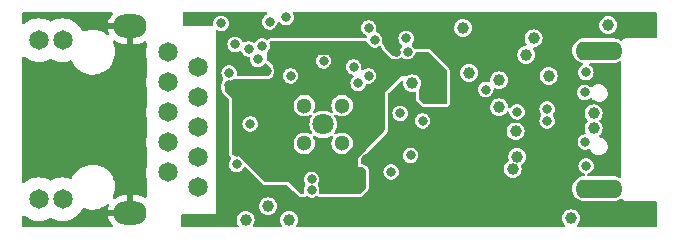
<source format=gbr>
%TF.GenerationSoftware,KiCad,Pcbnew,7.0.9-7.0.9~ubuntu22.04.1*%
%TF.CreationDate,2024-01-19T15:32:02+02:00*%
%TF.ProjectId,USB-GIGABIT_Rev_D,5553422d-4749-4474-9142-49545f526576,rev?*%
%TF.SameCoordinates,PX3473bc0PY4bd12e0*%
%TF.FileFunction,Copper,L3,Inr*%
%TF.FilePolarity,Positive*%
%FSLAX46Y46*%
G04 Gerber Fmt 4.6, Leading zero omitted, Abs format (unit mm)*
G04 Created by KiCad (PCBNEW 7.0.9-7.0.9~ubuntu22.04.1) date 2024-01-19 15:32:02*
%MOMM*%
%LPD*%
G01*
G04 APERTURE LIST*
%TA.AperFunction,ComponentPad*%
%ADD10O,4.000000X1.600000*%
%TD*%
%TA.AperFunction,ComponentPad*%
%ADD11C,1.650000*%
%TD*%
%TA.AperFunction,ComponentPad*%
%ADD12O,2.800000X2.000000*%
%TD*%
%TA.AperFunction,ComponentPad*%
%ADD13C,1.300000*%
%TD*%
%TA.AperFunction,ComponentPad*%
%ADD14C,1.800000*%
%TD*%
%TA.AperFunction,ViaPad*%
%ADD15C,1.000000*%
%TD*%
%TA.AperFunction,ViaPad*%
%ADD16C,0.800000*%
%TD*%
%TA.AperFunction,Conductor*%
%ADD17C,1.016000*%
%TD*%
%TA.AperFunction,Conductor*%
%ADD18C,0.762000*%
%TD*%
G04 APERTURE END LIST*
D10*
X49200000Y3650000D03*
X49200000Y15350000D03*
D11*
X12691500Y15215000D03*
X15231500Y13945000D03*
X12691500Y12675000D03*
X15231500Y11405000D03*
X12691500Y10135000D03*
X15231500Y8865000D03*
X12691500Y7595000D03*
X15231500Y6325000D03*
X12691500Y5055000D03*
X15231500Y3785000D03*
X3801500Y16231000D03*
X1769500Y16231000D03*
X3801500Y2769000D03*
X1769500Y2769000D03*
D12*
X9541500Y17400000D03*
X9541500Y1600000D03*
D13*
X27465988Y10694500D03*
X24265988Y10694500D03*
D14*
X25865988Y9094500D03*
D13*
X27465988Y7494500D03*
X24265988Y7494500D03*
D15*
X50000000Y17500000D03*
X21200000Y2157000D03*
D16*
X17212200Y17651000D03*
D15*
X3801000Y10666000D03*
X1388000Y7618000D03*
X1388000Y10666000D03*
X1388000Y13968000D03*
X6595000Y7872000D03*
X9389000Y10920000D03*
X9389000Y7872000D03*
X8881000Y4189000D03*
D16*
X18406000Y15873000D03*
X22724000Y18159000D03*
X24883000Y3554000D03*
D15*
X40758000Y10539000D03*
X43044000Y14984000D03*
X42155000Y8507000D03*
X43679000Y16381000D03*
X37710000Y17270000D03*
D16*
X25899000Y14476000D03*
X17898000Y13460000D03*
D15*
X40758000Y12825000D03*
X38218000Y13460000D03*
X46854000Y1141000D03*
X44949000Y13206000D03*
X19295000Y1014000D03*
D16*
X21327000Y17778000D03*
X24883000Y4443000D03*
X18533000Y5713000D03*
X20311000Y14603000D03*
X19694500Y9142000D03*
D15*
X48759000Y8761000D03*
D16*
X33265000Y6475000D03*
D15*
X33392000Y12571000D03*
D16*
X31614000Y5078000D03*
X30217000Y16254000D03*
D15*
X22978000Y1014000D03*
X48759000Y10031000D03*
D16*
X34281000Y7237000D03*
X28566000Y17143000D03*
D15*
X29582000Y6104503D03*
X19422000Y3300000D03*
D16*
X21073000Y13587000D03*
D15*
X43195230Y17626770D03*
X32376000Y11682000D03*
D16*
X31995000Y15238000D03*
X39615000Y12044500D03*
X42282000Y10158000D03*
X27042000Y3935000D03*
X29455000Y14476000D03*
D15*
X34789000Y11301000D03*
D16*
X29074000Y5078000D03*
X17898000Y12444000D03*
X18533000Y6729000D03*
D15*
X34789000Y12444000D03*
D16*
X22033476Y4879524D03*
X21835000Y15619000D03*
X33011000Y15238000D03*
X28820000Y12571000D03*
X20692000Y15746000D03*
X23105000Y13206000D03*
X47997000Y11809000D03*
X48098600Y13500000D03*
D15*
X41901000Y5332000D03*
X42282000Y6348000D03*
D16*
X34281000Y9396000D03*
X29709000Y17270000D03*
X32376000Y10031000D03*
X44822000Y10412000D03*
X44822000Y9396000D03*
X48060108Y7618000D03*
X48124000Y5586000D03*
X32884000Y16381000D03*
X29709000Y13206000D03*
X28439000Y13968000D03*
X19549000Y15492000D03*
D17*
X24502000Y15492000D02*
X24502000Y12825000D01*
X24502000Y12825000D02*
X23486000Y11809000D01*
X30598000Y8761000D02*
X30598000Y12190000D01*
X23486000Y11809000D02*
X21000000Y11809000D01*
X21000000Y5913000D02*
X21073000Y5840000D01*
X21000000Y11809000D02*
X21000000Y5913000D01*
X21073000Y5840000D02*
X27677000Y5840000D01*
X30598000Y12190000D02*
X31106000Y12698000D01*
X27677000Y5840000D02*
X30598000Y8761000D01*
X31106000Y12698000D02*
X31106000Y14095000D01*
D18*
X31995000Y15238000D02*
X31360000Y15873000D01*
X31360000Y15873000D02*
X31360000Y16635000D01*
D17*
X30333497Y6104503D02*
X30344000Y6094000D01*
X29582000Y6104503D02*
X30333497Y6104503D01*
X24521000Y15511000D02*
X24502000Y15492000D01*
X34789000Y12444000D02*
X34789000Y13714000D01*
X29436000Y15511000D02*
X24521000Y15511000D01*
X34789000Y13714000D02*
X34408000Y14095000D01*
X30852000Y14095000D02*
X29436000Y15511000D01*
X34408000Y14095000D02*
X31106000Y14095000D01*
X31106000Y14095000D02*
X30852000Y14095000D01*
X24502000Y15492000D02*
X22597000Y15492000D01*
%TA.AperFunction,Conductor*%
G36*
X21076993Y18598498D02*
G01*
X21123486Y18544842D01*
X21133590Y18474568D01*
X21104096Y18409988D01*
X21067427Y18380933D01*
X20952474Y18320602D01*
X20952469Y18320598D01*
X20833501Y18215200D01*
X20743215Y18084399D01*
X20743212Y18084393D01*
X20686849Y17935780D01*
X20667693Y17778004D01*
X20667693Y17777997D01*
X20686849Y17620221D01*
X20723721Y17523000D01*
X20743213Y17471605D01*
X20833502Y17340799D01*
X20952471Y17235401D01*
X20952472Y17235401D01*
X20952474Y17235399D01*
X20993626Y17213801D01*
X21093207Y17161537D01*
X21247529Y17123500D01*
X21247530Y17123500D01*
X21406470Y17123500D01*
X21406471Y17123500D01*
X21560793Y17161537D01*
X21701529Y17235401D01*
X21820498Y17340799D01*
X21910787Y17471605D01*
X21967149Y17620218D01*
X21967149Y17620219D01*
X21967150Y17620221D01*
X21976988Y17701248D01*
X22005054Y17766461D01*
X22063923Y17806148D01*
X22134902Y17807708D01*
X22195457Y17770646D01*
X22205763Y17757640D01*
X22230502Y17721799D01*
X22349471Y17616401D01*
X22349472Y17616401D01*
X22349474Y17616399D01*
X22381787Y17599440D01*
X22490207Y17542537D01*
X22644529Y17504500D01*
X22644530Y17504500D01*
X22803470Y17504500D01*
X22803471Y17504500D01*
X22957793Y17542537D01*
X23098529Y17616401D01*
X23217498Y17721799D01*
X23307787Y17852605D01*
X23364149Y18001218D01*
X23364149Y18001219D01*
X23364150Y18001221D01*
X23383307Y18158997D01*
X23383307Y18159004D01*
X23364150Y18316780D01*
X23352159Y18348395D01*
X23314451Y18447822D01*
X23308998Y18518606D01*
X23342680Y18581104D01*
X23404804Y18615471D01*
X23432264Y18618500D01*
X53992500Y18618500D01*
X54060621Y18598498D01*
X54107114Y18544842D01*
X54118500Y18492500D01*
X54118500Y16507500D01*
X54098498Y16439379D01*
X54044842Y16392886D01*
X53992500Y16381500D01*
X51518390Y16381500D01*
X51513185Y16381715D01*
X51494057Y16383300D01*
X51468060Y16385454D01*
X51468059Y16385454D01*
X51424155Y16374337D01*
X51419065Y16373270D01*
X51402772Y16370551D01*
X51374417Y16365819D01*
X51374407Y16365816D01*
X51374043Y16365618D01*
X51345044Y16354303D01*
X51344636Y16354200D01*
X51306726Y16329434D01*
X51302254Y16326769D01*
X51262438Y16305221D01*
X51262433Y16305217D01*
X51262152Y16304911D01*
X51238398Y16284793D01*
X51238051Y16284567D01*
X51238044Y16284561D01*
X51210232Y16248828D01*
X51206867Y16244856D01*
X51186340Y16222556D01*
X51125488Y16185984D01*
X51054523Y16188117D01*
X51013707Y16210491D01*
X50988683Y16231027D01*
X50988681Y16231028D01*
X50988680Y16231029D01*
X50805492Y16328945D01*
X50684596Y16365618D01*
X50606718Y16389242D01*
X50606717Y16389243D01*
X50606711Y16389244D01*
X50451807Y16404500D01*
X50451801Y16404500D01*
X47948199Y16404500D01*
X47948192Y16404500D01*
X47793288Y16389244D01*
X47594507Y16328945D01*
X47411313Y16231026D01*
X47411313Y16231025D01*
X47250747Y16099253D01*
X47118975Y15938687D01*
X47118974Y15938687D01*
X47021055Y15755493D01*
X46960756Y15556712D01*
X46940398Y15350004D01*
X46940398Y15349997D01*
X46960756Y15143289D01*
X46960757Y15143283D01*
X46960758Y15143282D01*
X46979120Y15082749D01*
X47021055Y14944508D01*
X47118974Y14761314D01*
X47250747Y14600748D01*
X47411313Y14468976D01*
X47411313Y14468975D01*
X47453216Y14446578D01*
X47594508Y14371055D01*
X47778983Y14315096D01*
X47838363Y14276182D01*
X47867278Y14211341D01*
X47856548Y14141160D01*
X47809579Y14087921D01*
X47800962Y14082955D01*
X47724071Y14042600D01*
X47724069Y14042598D01*
X47636790Y13965274D01*
X47615302Y13946237D01*
X47605101Y13937200D01*
X47514815Y13806399D01*
X47514812Y13806393D01*
X47458449Y13657780D01*
X47439293Y13500004D01*
X47439293Y13499997D01*
X47458449Y13342221D01*
X47492656Y13252027D01*
X47514813Y13193605D01*
X47605102Y13062799D01*
X47724071Y12957401D01*
X47724072Y12957401D01*
X47724074Y12957399D01*
X47744841Y12946500D01*
X47864807Y12883537D01*
X48019129Y12845500D01*
X48019130Y12845500D01*
X48178070Y12845500D01*
X48178071Y12845500D01*
X48332393Y12883537D01*
X48473129Y12957401D01*
X48592098Y13062799D01*
X48682387Y13193605D01*
X48738749Y13342218D01*
X48738749Y13342219D01*
X48738750Y13342221D01*
X48757907Y13499997D01*
X48757907Y13500004D01*
X48738750Y13657780D01*
X48700887Y13757615D01*
X48682387Y13806395D01*
X48592098Y13937201D01*
X48473129Y14042599D01*
X48473128Y14042600D01*
X48473125Y14042602D01*
X48443913Y14057933D01*
X48392890Y14107301D01*
X48376658Y14176417D01*
X48400370Y14243337D01*
X48456497Y14286814D01*
X48502468Y14295500D01*
X50451792Y14295500D01*
X50451801Y14295500D01*
X50539859Y14304174D01*
X50606711Y14310757D01*
X50606712Y14310758D01*
X50606718Y14310758D01*
X50805492Y14371055D01*
X50933106Y14439267D01*
X51002609Y14453738D01*
X51068906Y14428335D01*
X51110944Y14371122D01*
X51118500Y14328144D01*
X51118500Y4671857D01*
X51098498Y4603736D01*
X51044842Y4557243D01*
X50974568Y4547139D01*
X50933104Y4560735D01*
X50805492Y4628945D01*
X50606711Y4689244D01*
X50451807Y4704500D01*
X50451801Y4704500D01*
X48320201Y4704500D01*
X48252080Y4724502D01*
X48205587Y4778158D01*
X48195483Y4848432D01*
X48224977Y4913012D01*
X48284703Y4951396D01*
X48290047Y4952839D01*
X48297522Y4954682D01*
X48357793Y4969537D01*
X48498529Y5043401D01*
X48617498Y5148799D01*
X48707787Y5279605D01*
X48764149Y5428218D01*
X48764149Y5428219D01*
X48764150Y5428221D01*
X48783307Y5585997D01*
X48783307Y5586004D01*
X48764150Y5743780D01*
X48732946Y5826056D01*
X48707787Y5892395D01*
X48617498Y6023201D01*
X48498529Y6128599D01*
X48498528Y6128600D01*
X48498525Y6128602D01*
X48357797Y6202461D01*
X48357795Y6202462D01*
X48357793Y6202463D01*
X48357791Y6202464D01*
X48357790Y6202464D01*
X48203472Y6240500D01*
X48203471Y6240500D01*
X48044529Y6240500D01*
X48044527Y6240500D01*
X47890209Y6202464D01*
X47890202Y6202461D01*
X47749474Y6128602D01*
X47749469Y6128598D01*
X47630501Y6023200D01*
X47540215Y5892399D01*
X47540212Y5892393D01*
X47483849Y5743780D01*
X47464693Y5586004D01*
X47464693Y5585997D01*
X47483849Y5428221D01*
X47532023Y5301200D01*
X47540213Y5279605D01*
X47630502Y5148799D01*
X47749471Y5043401D01*
X47749472Y5043401D01*
X47749474Y5043399D01*
X47824200Y5004180D01*
X47890207Y4969537D01*
X47962011Y4951839D01*
X48023365Y4916116D01*
X48055666Y4852893D01*
X48048659Y4782243D01*
X48004568Y4726597D01*
X47944207Y4704107D01*
X47793288Y4689244D01*
X47594507Y4628945D01*
X47411313Y4531026D01*
X47411313Y4531025D01*
X47250747Y4399253D01*
X47118975Y4238687D01*
X47118974Y4238687D01*
X47021055Y4055493D01*
X46960756Y3856712D01*
X46940398Y3650004D01*
X46940398Y3649997D01*
X46960756Y3443289D01*
X46960757Y3443283D01*
X46960758Y3443282D01*
X47003135Y3303584D01*
X47021055Y3244508D01*
X47118974Y3061314D01*
X47250747Y2900748D01*
X47411313Y2768976D01*
X47411313Y2768975D01*
X47443950Y2751530D01*
X47594508Y2671055D01*
X47793282Y2610758D01*
X47793286Y2610758D01*
X47793288Y2610757D01*
X47881340Y2602085D01*
X47948199Y2595500D01*
X47948208Y2595500D01*
X50451792Y2595500D01*
X50451801Y2595500D01*
X50539859Y2604174D01*
X50606711Y2610757D01*
X50606712Y2610758D01*
X50606718Y2610758D01*
X50805492Y2671055D01*
X50988683Y2768973D01*
X51011393Y2787612D01*
X51076740Y2815366D01*
X51146718Y2803385D01*
X51190762Y2767601D01*
X51194781Y2762437D01*
X51195070Y2762171D01*
X51215220Y2738380D01*
X51215438Y2738046D01*
X51215439Y2738045D01*
X51215440Y2738044D01*
X51251166Y2710238D01*
X51255141Y2706871D01*
X51273472Y2689997D01*
X51288454Y2676205D01*
X51288826Y2676042D01*
X51315594Y2660092D01*
X51315915Y2659842D01*
X51326969Y2656047D01*
X51358735Y2645142D01*
X51363573Y2643255D01*
X51405052Y2625060D01*
X51405292Y2625041D01*
X51405449Y2625027D01*
X51435962Y2618629D01*
X51436185Y2618553D01*
X51436339Y2618500D01*
X51481610Y2618500D01*
X51486815Y2618285D01*
X51489407Y2618071D01*
X51531940Y2614546D01*
X51532327Y2614644D01*
X51563258Y2618500D01*
X53992500Y2618500D01*
X54060621Y2598498D01*
X54107114Y2544842D01*
X54118500Y2492500D01*
X54118500Y507500D01*
X54098498Y439379D01*
X54044842Y392886D01*
X53992500Y381500D01*
X47465715Y381500D01*
X47397594Y401502D01*
X47351101Y455158D01*
X47340997Y525432D01*
X47370491Y590012D01*
X47376620Y596595D01*
X47447622Y667598D01*
X47447624Y667600D01*
X47538082Y811563D01*
X47594237Y972046D01*
X47613274Y1141000D01*
X47594237Y1309954D01*
X47538082Y1470437D01*
X47447624Y1614400D01*
X47447622Y1614403D01*
X47327402Y1734623D01*
X47327399Y1734625D01*
X47183439Y1825081D01*
X47183437Y1825082D01*
X47176347Y1827563D01*
X47022954Y1881237D01*
X46854000Y1900274D01*
X46685046Y1881237D01*
X46685043Y1881237D01*
X46685043Y1881236D01*
X46524562Y1825082D01*
X46524560Y1825081D01*
X46380600Y1734625D01*
X46380597Y1734623D01*
X46260377Y1614403D01*
X46260375Y1614400D01*
X46169919Y1470440D01*
X46169918Y1470438D01*
X46125480Y1343440D01*
X46113763Y1309954D01*
X46094726Y1141000D01*
X46113763Y972046D01*
X46113764Y972044D01*
X46169918Y811563D01*
X46169919Y811561D01*
X46260375Y667601D01*
X46260377Y667598D01*
X46331380Y596595D01*
X46365406Y534283D01*
X46360341Y463468D01*
X46317794Y406632D01*
X46251274Y381821D01*
X46242285Y381500D01*
X23699635Y381500D01*
X23631514Y401502D01*
X23585021Y455158D01*
X23574917Y525432D01*
X23592948Y574536D01*
X23623415Y623026D01*
X23662082Y684563D01*
X23718237Y845046D01*
X23737274Y1014000D01*
X23718237Y1182954D01*
X23662082Y1343437D01*
X23571624Y1487400D01*
X23571622Y1487403D01*
X23451402Y1607623D01*
X23451399Y1607625D01*
X23307439Y1698081D01*
X23307437Y1698082D01*
X23146954Y1754237D01*
X22978000Y1773274D01*
X22809046Y1754237D01*
X22809043Y1754237D01*
X22809043Y1754236D01*
X22648562Y1698082D01*
X22648560Y1698081D01*
X22504600Y1607625D01*
X22504597Y1607623D01*
X22384377Y1487403D01*
X22384375Y1487400D01*
X22293919Y1343440D01*
X22293918Y1343438D01*
X22237764Y1182957D01*
X22237763Y1182954D01*
X22218726Y1014000D01*
X22237763Y845046D01*
X22237764Y845044D01*
X22293918Y684563D01*
X22293919Y684561D01*
X22363052Y574536D01*
X22382358Y506215D01*
X22361663Y438302D01*
X22307536Y392358D01*
X22256365Y381500D01*
X20016635Y381500D01*
X19948514Y401502D01*
X19902021Y455158D01*
X19891917Y525432D01*
X19909948Y574536D01*
X19940415Y623026D01*
X19979082Y684563D01*
X20035237Y845046D01*
X20054274Y1014000D01*
X20035237Y1182954D01*
X19979082Y1343437D01*
X19888624Y1487400D01*
X19888622Y1487403D01*
X19768402Y1607623D01*
X19768399Y1607625D01*
X19624439Y1698081D01*
X19624437Y1698082D01*
X19463954Y1754237D01*
X19295000Y1773274D01*
X19126046Y1754237D01*
X19126043Y1754237D01*
X19126043Y1754236D01*
X18965562Y1698082D01*
X18965560Y1698081D01*
X18821600Y1607625D01*
X18821597Y1607623D01*
X18701377Y1487403D01*
X18701375Y1487400D01*
X18610919Y1343440D01*
X18610918Y1343438D01*
X18554764Y1182957D01*
X18554763Y1182954D01*
X18535726Y1014000D01*
X18554763Y845046D01*
X18554764Y845044D01*
X18610918Y684563D01*
X18610919Y684561D01*
X18680052Y574536D01*
X18699358Y506215D01*
X18678663Y438302D01*
X18624536Y392358D01*
X18573365Y381500D01*
X13960000Y381500D01*
X13891879Y401502D01*
X13845386Y455158D01*
X13834000Y507500D01*
X13834000Y1396000D01*
X13854002Y1464121D01*
X13907658Y1510614D01*
X13960000Y1522000D01*
X16755000Y1522000D01*
X16755000Y2157000D01*
X20440726Y2157000D01*
X20459763Y1988046D01*
X20488460Y1906034D01*
X20515918Y1827563D01*
X20515919Y1827561D01*
X20606375Y1683601D01*
X20606377Y1683598D01*
X20726597Y1563378D01*
X20726600Y1563376D01*
X20870563Y1472918D01*
X21031046Y1416763D01*
X21200000Y1397726D01*
X21368954Y1416763D01*
X21529437Y1472918D01*
X21673400Y1563376D01*
X21793624Y1683600D01*
X21884082Y1827563D01*
X21940237Y1988046D01*
X21959274Y2157000D01*
X21940237Y2325954D01*
X21884082Y2486437D01*
X21793624Y2630400D01*
X21793622Y2630403D01*
X21673402Y2750623D01*
X21673399Y2750625D01*
X21529439Y2841081D01*
X21529437Y2841082D01*
X21474660Y2860249D01*
X21368954Y2897237D01*
X21200000Y2916274D01*
X21031046Y2897237D01*
X21031043Y2897237D01*
X21031043Y2897236D01*
X20870562Y2841082D01*
X20870560Y2841081D01*
X20726600Y2750625D01*
X20726597Y2750623D01*
X20606377Y2630403D01*
X20606375Y2630400D01*
X20515919Y2486440D01*
X20515918Y2486438D01*
X20477754Y2377369D01*
X20459763Y2325954D01*
X20440726Y2157000D01*
X16755000Y2157000D01*
X16755000Y12443998D01*
X17238693Y12443998D01*
X17257040Y12292899D01*
X17257500Y12285298D01*
X17257500Y11981236D01*
X17258244Y11967360D01*
X17258314Y11966713D01*
X17261865Y11933673D01*
X17261866Y11933665D01*
X17261866Y11933663D01*
X17291842Y11837936D01*
X17292123Y11837040D01*
X17315662Y11793932D01*
X17326152Y11774723D01*
X17353565Y11738105D01*
X17370411Y11715602D01*
X17855595Y11230418D01*
X17889619Y11168107D01*
X17892499Y11141324D01*
X17892499Y10694501D01*
X17892500Y9141999D01*
X17892500Y6887704D01*
X17892040Y6880103D01*
X17873693Y6729002D01*
X17873693Y6728997D01*
X17892849Y6571222D01*
X17894673Y6563826D01*
X17894011Y6563663D01*
X17897494Y6549104D01*
X17897891Y6549168D01*
X17898429Y6545843D01*
X17909813Y6493510D01*
X17909814Y6493510D01*
X17909816Y6493499D01*
X17917166Y6466709D01*
X17967269Y6378722D01*
X18013762Y6325066D01*
X18013761Y6325067D01*
X18013021Y6325781D01*
X18029225Y6306687D01*
X18038965Y6292576D01*
X18061201Y6225151D01*
X18043453Y6156408D01*
X18038965Y6149424D01*
X17949215Y6019399D01*
X17949212Y6019393D01*
X17892849Y5870780D01*
X17873693Y5713004D01*
X17873693Y5712997D01*
X17892849Y5555221D01*
X17926185Y5467323D01*
X17949213Y5406605D01*
X18039502Y5275799D01*
X18158471Y5170401D01*
X18158472Y5170401D01*
X18158474Y5170399D01*
X18199626Y5148801D01*
X18299207Y5096537D01*
X18453529Y5058500D01*
X18453530Y5058500D01*
X18612470Y5058500D01*
X18612471Y5058500D01*
X18766793Y5096537D01*
X18907529Y5170401D01*
X19026498Y5275799D01*
X19116787Y5406605D01*
X19116790Y5406615D01*
X19120329Y5413355D01*
X19122767Y5412076D01*
X19157797Y5458343D01*
X19224451Y5482792D01*
X19293742Y5467323D01*
X19321851Y5446161D01*
X20730520Y4037492D01*
X20740848Y4028214D01*
X20767235Y4006949D01*
X20767242Y4006943D01*
X20839802Y3968988D01*
X20856960Y3960013D01*
X20925081Y3940011D01*
X20998190Y3929500D01*
X22818322Y3929500D01*
X22886443Y3909498D01*
X22907412Y3892600D01*
X23351218Y3448794D01*
X23778519Y3021493D01*
X23778520Y3021492D01*
X23788848Y3012214D01*
X23815235Y2990949D01*
X23815242Y2990943D01*
X23904952Y2944017D01*
X23904960Y2944013D01*
X23973081Y2924011D01*
X24046190Y2913500D01*
X24046193Y2913500D01*
X24152094Y2913500D01*
X24154126Y2913612D01*
X24166330Y2914283D01*
X24190764Y2916978D01*
X24200869Y2918092D01*
X24201206Y2918130D01*
X24201581Y2918172D01*
X24298039Y2948958D01*
X24360161Y2983324D01*
X24360159Y2983322D01*
X24363801Y2985785D01*
X24385936Y3000752D01*
X24453566Y3022339D01*
X24515064Y3007941D01*
X24649207Y2937537D01*
X24803529Y2899500D01*
X24803530Y2899500D01*
X24962470Y2899500D01*
X24962471Y2899500D01*
X25116793Y2937537D01*
X25249089Y3006972D01*
X25318699Y3020918D01*
X25382550Y2995898D01*
X25382779Y2996214D01*
X25384012Y2995325D01*
X25384802Y2995015D01*
X25386602Y2993457D01*
X25390085Y2990946D01*
X25390087Y2990944D01*
X25479806Y2944013D01*
X25547927Y2924011D01*
X25621036Y2913500D01*
X25621039Y2913500D01*
X28901765Y2913500D01*
X28915641Y2914244D01*
X28930541Y2915847D01*
X28949328Y2917865D01*
X28949336Y2917866D01*
X29045961Y2948123D01*
X29108273Y2982149D01*
X29167399Y3026411D01*
X29606502Y3465514D01*
X29606508Y3465520D01*
X29615786Y3475848D01*
X29637051Y3502235D01*
X29637052Y3502237D01*
X29637056Y3502241D01*
X29683987Y3591960D01*
X29703989Y3660081D01*
X29714500Y3733190D01*
X29714500Y4919298D01*
X29714960Y4926899D01*
X29733307Y5077997D01*
X30954693Y5077997D01*
X30973849Y4920221D01*
X30999384Y4852893D01*
X31030213Y4771605D01*
X31120502Y4640799D01*
X31239471Y4535401D01*
X31239472Y4535401D01*
X31239474Y4535399D01*
X31314200Y4496180D01*
X31380207Y4461537D01*
X31534529Y4423500D01*
X31534530Y4423500D01*
X31693470Y4423500D01*
X31693471Y4423500D01*
X31847793Y4461537D01*
X31988529Y4535401D01*
X32107498Y4640799D01*
X32197787Y4771605D01*
X32254149Y4920218D01*
X32254149Y4920219D01*
X32254150Y4920221D01*
X32273307Y5077997D01*
X32273307Y5078004D01*
X32254150Y5235780D01*
X32217658Y5332000D01*
X41141726Y5332000D01*
X41160763Y5163046D01*
X41190520Y5078004D01*
X41216918Y5002563D01*
X41216919Y5002561D01*
X41307375Y4858601D01*
X41307377Y4858598D01*
X41427597Y4738378D01*
X41427600Y4738376D01*
X41571563Y4647918D01*
X41732046Y4591763D01*
X41901000Y4572726D01*
X42069954Y4591763D01*
X42230437Y4647918D01*
X42374400Y4738376D01*
X42494624Y4858600D01*
X42585082Y5002563D01*
X42641237Y5163046D01*
X42660274Y5332000D01*
X42641237Y5500954D01*
X42622306Y5555054D01*
X42618688Y5625957D01*
X42653977Y5687563D01*
X42674196Y5703353D01*
X42755400Y5754376D01*
X42875624Y5874600D01*
X42966082Y6018563D01*
X43022237Y6179046D01*
X43041274Y6348000D01*
X43022237Y6516954D01*
X42966082Y6677437D01*
X42875624Y6821400D01*
X42875622Y6821403D01*
X42755402Y6941623D01*
X42755399Y6941625D01*
X42611439Y7032081D01*
X42611437Y7032082D01*
X42607988Y7033289D01*
X42450954Y7088237D01*
X42282000Y7107274D01*
X42113046Y7088237D01*
X42113043Y7088237D01*
X42113043Y7088236D01*
X41952562Y7032082D01*
X41952560Y7032081D01*
X41808600Y6941625D01*
X41808597Y6941623D01*
X41688377Y6821403D01*
X41688375Y6821400D01*
X41597919Y6677440D01*
X41597918Y6677438D01*
X41558164Y6563826D01*
X41541763Y6516954D01*
X41522726Y6348000D01*
X41541763Y6179046D01*
X41545417Y6168602D01*
X41560693Y6124947D01*
X41564311Y6054042D01*
X41529021Y5992438D01*
X41508800Y5976646D01*
X41427596Y5925622D01*
X41307377Y5805403D01*
X41307375Y5805400D01*
X41216919Y5661440D01*
X41216918Y5661438D01*
X41179693Y5555053D01*
X41160763Y5500954D01*
X41141726Y5332000D01*
X32217658Y5332000D01*
X32197787Y5384395D01*
X32107498Y5515201D01*
X31988529Y5620599D01*
X31988528Y5620600D01*
X31988525Y5620602D01*
X31847797Y5694461D01*
X31847795Y5694462D01*
X31847793Y5694463D01*
X31847791Y5694464D01*
X31847790Y5694464D01*
X31693472Y5732500D01*
X31693471Y5732500D01*
X31534529Y5732500D01*
X31534527Y5732500D01*
X31380209Y5694464D01*
X31380202Y5694461D01*
X31239474Y5620602D01*
X31239469Y5620598D01*
X31120501Y5515200D01*
X31030215Y5384399D01*
X31030212Y5384393D01*
X30973849Y5235780D01*
X30954693Y5078004D01*
X30954693Y5077997D01*
X29733307Y5077997D01*
X29733307Y5077998D01*
X29733307Y5078002D01*
X29714960Y5229103D01*
X29714500Y5236704D01*
X29714500Y5257707D01*
X29713879Y5270384D01*
X29713879Y5270385D01*
X29710854Y5301200D01*
X29710854Y5301204D01*
X29682616Y5395980D01*
X29649750Y5458912D01*
X29624763Y5497847D01*
X29548285Y5564203D01*
X29486614Y5599374D01*
X29486613Y5599375D01*
X29486612Y5599375D01*
X29481846Y5601254D01*
X29455565Y5617374D01*
X29454803Y5616268D01*
X29448525Y5620602D01*
X29307797Y5694461D01*
X29307795Y5694462D01*
X29307793Y5694463D01*
X29307791Y5694464D01*
X29307790Y5694464D01*
X29175346Y5727109D01*
X29113991Y5762833D01*
X29081690Y5826056D01*
X29079500Y5849448D01*
X29079500Y6029596D01*
X29079006Y6040908D01*
X29077857Y6054042D01*
X29077065Y6063088D01*
X29076800Y6081374D01*
X29078965Y6118555D01*
X29102895Y6185395D01*
X29115651Y6200315D01*
X29390333Y6474997D01*
X32605693Y6474997D01*
X32624849Y6317221D01*
X32661342Y6221000D01*
X32681213Y6168605D01*
X32771502Y6037799D01*
X32890471Y5932401D01*
X32890472Y5932401D01*
X32890474Y5932399D01*
X32903383Y5925624D01*
X33031207Y5858537D01*
X33185529Y5820500D01*
X33185530Y5820500D01*
X33344470Y5820500D01*
X33344471Y5820500D01*
X33498793Y5858537D01*
X33639529Y5932401D01*
X33758498Y6037799D01*
X33848787Y6168605D01*
X33905149Y6317218D01*
X33905149Y6317219D01*
X33905150Y6317221D01*
X33924307Y6474997D01*
X33924307Y6475004D01*
X33905150Y6632780D01*
X33867720Y6731473D01*
X33848787Y6781395D01*
X33758498Y6912201D01*
X33639529Y7017599D01*
X33639528Y7017600D01*
X33639525Y7017602D01*
X33498797Y7091461D01*
X33498795Y7091462D01*
X33498793Y7091463D01*
X33498791Y7091464D01*
X33498790Y7091464D01*
X33344472Y7129500D01*
X33344471Y7129500D01*
X33185529Y7129500D01*
X33185527Y7129500D01*
X33031209Y7091464D01*
X33031202Y7091461D01*
X32890474Y7017602D01*
X32890469Y7017598D01*
X32771501Y6912200D01*
X32681215Y6781399D01*
X32681212Y6781393D01*
X32624849Y6632780D01*
X32605693Y6475004D01*
X32605693Y6474997D01*
X29390333Y6474997D01*
X30533333Y7617997D01*
X47400801Y7617997D01*
X47419957Y7460221D01*
X47468555Y7332081D01*
X47476321Y7311605D01*
X47566610Y7180799D01*
X47685579Y7075401D01*
X47685580Y7075401D01*
X47685582Y7075399D01*
X47760308Y7036180D01*
X47826315Y7001537D01*
X47980637Y6963500D01*
X47980638Y6963500D01*
X48139578Y6963500D01*
X48139579Y6963500D01*
X48293901Y7001537D01*
X48333266Y7022198D01*
X48402877Y7036145D01*
X48468980Y7010243D01*
X48507516Y6960537D01*
X48545623Y6872195D01*
X48545623Y6872194D01*
X48650387Y6731473D01*
X48650389Y6731472D01*
X48650390Y6731470D01*
X48706268Y6684583D01*
X48784784Y6618699D01*
X48784786Y6618698D01*
X48941567Y6539960D01*
X49112279Y6499500D01*
X49112281Y6499500D01*
X49243712Y6499500D01*
X49341618Y6510945D01*
X49374255Y6514759D01*
X49539117Y6574763D01*
X49685696Y6671170D01*
X49806092Y6798782D01*
X49893812Y6950719D01*
X49944130Y7118790D01*
X49954331Y7293935D01*
X49923865Y7466711D01*
X49854377Y7627804D01*
X49854376Y7627805D01*
X49854375Y7627808D01*
X49749612Y7768528D01*
X49615215Y7881302D01*
X49458434Y7960040D01*
X49419885Y7969177D01*
X49327766Y7991009D01*
X49266096Y8026181D01*
X49233231Y8089113D01*
X49239606Y8159822D01*
X49267729Y8202706D01*
X49352624Y8287600D01*
X49443082Y8431563D01*
X49499237Y8592046D01*
X49518274Y8761000D01*
X49499237Y8929954D01*
X49443082Y9090437D01*
X49352624Y9234400D01*
X49352622Y9234403D01*
X49280120Y9306905D01*
X49246094Y9369217D01*
X49251159Y9440032D01*
X49280120Y9485095D01*
X49352622Y9557598D01*
X49352624Y9557600D01*
X49443082Y9701563D01*
X49499237Y9862046D01*
X49518274Y10031000D01*
X49499237Y10199954D01*
X49443082Y10360437D01*
X49352624Y10504400D01*
X49352622Y10504403D01*
X49232402Y10624623D01*
X49232399Y10624625D01*
X49088439Y10715081D01*
X49088437Y10715082D01*
X49078957Y10718399D01*
X48927954Y10771237D01*
X48759000Y10790274D01*
X48590046Y10771237D01*
X48590043Y10771237D01*
X48590043Y10771236D01*
X48429562Y10715082D01*
X48429560Y10715081D01*
X48285600Y10624625D01*
X48285597Y10624623D01*
X48165377Y10504403D01*
X48165375Y10504400D01*
X48074919Y10360440D01*
X48074918Y10360438D01*
X48022125Y10209563D01*
X48018763Y10199954D01*
X47999726Y10031000D01*
X48018763Y9862046D01*
X48047568Y9779726D01*
X48074918Y9701563D01*
X48074919Y9701561D01*
X48165375Y9557601D01*
X48165377Y9557598D01*
X48237880Y9485095D01*
X48271906Y9422783D01*
X48266841Y9351968D01*
X48237880Y9306905D01*
X48165377Y9234403D01*
X48165375Y9234400D01*
X48074919Y9090440D01*
X48074918Y9090438D01*
X48036416Y8980403D01*
X48018763Y8929954D01*
X47999726Y8761000D01*
X48018763Y8592046D01*
X48047697Y8509358D01*
X48072905Y8437316D01*
X48076524Y8366412D01*
X48041235Y8304806D01*
X47984131Y8273363D01*
X47826323Y8234466D01*
X47826310Y8234461D01*
X47685582Y8160602D01*
X47685577Y8160598D01*
X47566609Y8055200D01*
X47476323Y7924399D01*
X47476320Y7924393D01*
X47419957Y7775780D01*
X47400801Y7618004D01*
X47400801Y7617997D01*
X30533333Y7617997D01*
X31091401Y8176065D01*
X31105240Y8188025D01*
X31124822Y8202602D01*
X31158952Y8243279D01*
X31162651Y8247315D01*
X31168573Y8253235D01*
X31189245Y8279380D01*
X31239396Y8339147D01*
X31239398Y8339152D01*
X31243430Y8345280D01*
X31243483Y8345245D01*
X31247595Y8351700D01*
X31247541Y8351733D01*
X31251389Y8357973D01*
X31251395Y8357980D01*
X31284374Y8428706D01*
X31319394Y8498434D01*
X31319394Y8498438D01*
X31319396Y8498440D01*
X31321907Y8505337D01*
X31321965Y8505316D01*
X31322550Y8507000D01*
X41395726Y8507000D01*
X41414763Y8338046D01*
X41447927Y8243267D01*
X41470918Y8177563D01*
X41470919Y8177561D01*
X41561375Y8033601D01*
X41561377Y8033598D01*
X41681597Y7913378D01*
X41681600Y7913376D01*
X41825563Y7822918D01*
X41986046Y7766763D01*
X42155000Y7747726D01*
X42323954Y7766763D01*
X42484437Y7822918D01*
X42628400Y7913376D01*
X42748624Y8033600D01*
X42839082Y8177563D01*
X42895237Y8338046D01*
X42914274Y8507000D01*
X42895237Y8675954D01*
X42839082Y8836437D01*
X42748624Y8980400D01*
X42748622Y8980403D01*
X42628402Y9100623D01*
X42628399Y9100625D01*
X42484439Y9191081D01*
X42484437Y9191082D01*
X42360640Y9234400D01*
X42323954Y9247237D01*
X42279082Y9252293D01*
X42213632Y9279796D01*
X42207371Y9288912D01*
X42206472Y9287776D01*
X42147870Y9265471D01*
X42081974Y9258046D01*
X41986046Y9247237D01*
X41986043Y9247237D01*
X41986042Y9247236D01*
X41825562Y9191082D01*
X41825560Y9191081D01*
X41681600Y9100625D01*
X41681597Y9100623D01*
X41561377Y8980403D01*
X41561375Y8980400D01*
X41470919Y8836440D01*
X41470918Y8836438D01*
X41415887Y8679165D01*
X41414763Y8675954D01*
X41395726Y8507000D01*
X31322550Y8507000D01*
X31324477Y8512545D01*
X31324417Y8512565D01*
X31326722Y8519523D01*
X31326725Y8519527D01*
X31342500Y8595932D01*
X31360500Y8671877D01*
X31360500Y8671884D01*
X31361352Y8679165D01*
X31361411Y8679158D01*
X31362190Y8686775D01*
X31362129Y8686780D01*
X31362767Y8694084D01*
X31362769Y8694092D01*
X31360662Y8766507D01*
X31361892Y8788094D01*
X31365499Y8813186D01*
X31365500Y8813191D01*
X31365500Y10030997D01*
X31716693Y10030997D01*
X31735849Y9873221D01*
X31764088Y9798763D01*
X31792213Y9724605D01*
X31882502Y9593799D01*
X32001471Y9488401D01*
X32001472Y9488401D01*
X32001474Y9488399D01*
X32076200Y9449180D01*
X32142207Y9414537D01*
X32296529Y9376500D01*
X32296530Y9376500D01*
X32455470Y9376500D01*
X32455471Y9376500D01*
X32534573Y9395997D01*
X33621693Y9395997D01*
X33640849Y9238221D01*
X33677342Y9141999D01*
X33697213Y9089605D01*
X33787502Y8958799D01*
X33906471Y8853401D01*
X33906472Y8853401D01*
X33906474Y8853399D01*
X33938787Y8836440D01*
X34047207Y8779537D01*
X34201529Y8741500D01*
X34201530Y8741500D01*
X34360470Y8741500D01*
X34360471Y8741500D01*
X34514793Y8779537D01*
X34655529Y8853401D01*
X34774498Y8958799D01*
X34864787Y9089605D01*
X34921149Y9238218D01*
X34921149Y9238219D01*
X34921150Y9238221D01*
X34940307Y9395997D01*
X44162693Y9395997D01*
X44181849Y9238221D01*
X44218342Y9141999D01*
X44238213Y9089605D01*
X44328502Y8958799D01*
X44447471Y8853401D01*
X44447472Y8853401D01*
X44447474Y8853399D01*
X44479787Y8836440D01*
X44588207Y8779537D01*
X44742529Y8741500D01*
X44742530Y8741500D01*
X44901470Y8741500D01*
X44901471Y8741500D01*
X45055793Y8779537D01*
X45196529Y8853401D01*
X45315498Y8958799D01*
X45405787Y9089605D01*
X45462149Y9238218D01*
X45462149Y9238219D01*
X45462150Y9238221D01*
X45481307Y9395997D01*
X45481307Y9396004D01*
X45462150Y9553780D01*
X45446972Y9593801D01*
X45405787Y9702395D01*
X45316033Y9832425D01*
X45293798Y9899848D01*
X45311545Y9968591D01*
X45316034Y9975576D01*
X45333043Y10000218D01*
X45405787Y10105605D01*
X45462149Y10254218D01*
X45462149Y10254219D01*
X45462150Y10254221D01*
X45481307Y10411997D01*
X45481307Y10412004D01*
X45462150Y10569780D01*
X45441350Y10624624D01*
X45405787Y10718395D01*
X45315498Y10849201D01*
X45196529Y10954599D01*
X45196528Y10954600D01*
X45196525Y10954602D01*
X45055797Y11028461D01*
X45055795Y11028462D01*
X45055793Y11028463D01*
X45055791Y11028464D01*
X45055790Y11028464D01*
X44901472Y11066500D01*
X44901471Y11066500D01*
X44742529Y11066500D01*
X44742527Y11066500D01*
X44588209Y11028464D01*
X44588202Y11028461D01*
X44447474Y10954602D01*
X44447469Y10954598D01*
X44328501Y10849200D01*
X44238215Y10718399D01*
X44238212Y10718393D01*
X44181849Y10569780D01*
X44162693Y10412004D01*
X44162693Y10411997D01*
X44181849Y10254221D01*
X44238212Y10105608D01*
X44238215Y10105602D01*
X44327965Y9975576D01*
X44350201Y9908151D01*
X44332454Y9839408D01*
X44327965Y9832424D01*
X44238215Y9702399D01*
X44238212Y9702393D01*
X44181849Y9553780D01*
X44162693Y9396004D01*
X44162693Y9395997D01*
X34940307Y9395997D01*
X34940307Y9396004D01*
X34921150Y9553780D01*
X34905972Y9593801D01*
X34864787Y9702395D01*
X34774498Y9833201D01*
X34655529Y9938599D01*
X34655528Y9938600D01*
X34655525Y9938602D01*
X34514797Y10012461D01*
X34514795Y10012462D01*
X34514793Y10012463D01*
X34514791Y10012464D01*
X34514790Y10012464D01*
X34360472Y10050500D01*
X34360471Y10050500D01*
X34201529Y10050500D01*
X34201527Y10050500D01*
X34047209Y10012464D01*
X34047202Y10012461D01*
X33906474Y9938602D01*
X33906469Y9938598D01*
X33787501Y9833200D01*
X33697215Y9702399D01*
X33697212Y9702393D01*
X33640849Y9553780D01*
X33621693Y9396004D01*
X33621693Y9395997D01*
X32534573Y9395997D01*
X32609793Y9414537D01*
X32750529Y9488401D01*
X32869498Y9593799D01*
X32959787Y9724605D01*
X33016149Y9873218D01*
X33016149Y9873219D01*
X33016150Y9873221D01*
X33035307Y10030997D01*
X33035307Y10031004D01*
X33016150Y10188780D01*
X32991331Y10254221D01*
X32959787Y10337395D01*
X32869498Y10468201D01*
X32750529Y10573599D01*
X32750528Y10573600D01*
X32750525Y10573602D01*
X32609797Y10647461D01*
X32609795Y10647462D01*
X32609793Y10647463D01*
X32609791Y10647464D01*
X32609790Y10647464D01*
X32455472Y10685500D01*
X32455471Y10685500D01*
X32296529Y10685500D01*
X32296527Y10685500D01*
X32142209Y10647464D01*
X32142202Y10647461D01*
X32001474Y10573602D01*
X32001469Y10573598D01*
X31882501Y10468200D01*
X31792215Y10337399D01*
X31792212Y10337393D01*
X31735849Y10188780D01*
X31716693Y10031004D01*
X31716693Y10030997D01*
X31365500Y10030997D01*
X31365500Y11649324D01*
X31385502Y11717445D01*
X31402405Y11738419D01*
X31910187Y12246201D01*
X32428614Y12764629D01*
X32490924Y12798652D01*
X32561739Y12793588D01*
X32618575Y12751041D01*
X32643386Y12684521D01*
X32642915Y12661429D01*
X32632726Y12571000D01*
X32651763Y12402046D01*
X32669662Y12350893D01*
X32707918Y12241563D01*
X32707919Y12241561D01*
X32798375Y12097601D01*
X32798377Y12097598D01*
X32918597Y11977378D01*
X32918600Y11977376D01*
X33062563Y11886918D01*
X33223046Y11830763D01*
X33392000Y11811726D01*
X33560954Y11830763D01*
X33581453Y11837937D01*
X33652355Y11841557D01*
X33713961Y11806269D01*
X33746710Y11743277D01*
X33749052Y11716915D01*
X33741298Y11250243D01*
X33741298Y11250236D01*
X33741914Y11235271D01*
X33745514Y11198942D01*
X33745736Y11196794D01*
X33754719Y11168107D01*
X33775991Y11100174D01*
X33775992Y11100171D01*
X33810022Y11037852D01*
X33854277Y10978736D01*
X33854287Y10978724D01*
X34184621Y10648391D01*
X34184620Y10648392D01*
X34194773Y10639254D01*
X34220670Y10618306D01*
X34309852Y10571343D01*
X34377899Y10551092D01*
X34450969Y10540313D01*
X34584401Y10539825D01*
X36185577Y10533965D01*
X36185581Y10533965D01*
X36185581Y10533966D01*
X36185589Y10533965D01*
X36233671Y10539000D01*
X39998726Y10539000D01*
X40017763Y10370046D01*
X40058292Y10254221D01*
X40073918Y10209563D01*
X40073919Y10209561D01*
X40164375Y10065601D01*
X40164377Y10065598D01*
X40284597Y9945378D01*
X40284600Y9945376D01*
X40428563Y9854918D01*
X40589046Y9798763D01*
X40758000Y9779726D01*
X40926954Y9798763D01*
X41087437Y9854918D01*
X41231400Y9945376D01*
X41351624Y10065600D01*
X41399238Y10141377D01*
X41452416Y10188415D01*
X41522583Y10199235D01*
X41587462Y10170402D01*
X41626453Y10111071D01*
X41631006Y10089529D01*
X41641850Y10000221D01*
X41641850Y10000219D01*
X41641851Y10000218D01*
X41698213Y9851605D01*
X41788502Y9720799D01*
X41907471Y9615401D01*
X41907472Y9615401D01*
X41907474Y9615399D01*
X41948626Y9593801D01*
X42048207Y9541537D01*
X42048208Y9541537D01*
X42048210Y9541536D01*
X42107666Y9526882D01*
X42163914Y9513018D01*
X42223883Y9478102D01*
X42271455Y9501611D01*
X42293193Y9503500D01*
X42361470Y9503500D01*
X42361471Y9503500D01*
X42515793Y9541537D01*
X42656529Y9615401D01*
X42775498Y9720799D01*
X42865787Y9851605D01*
X42922149Y10000218D01*
X42922149Y10000219D01*
X42922150Y10000221D01*
X42941307Y10157997D01*
X42941307Y10158004D01*
X42922150Y10315780D01*
X42885656Y10412004D01*
X42865787Y10464395D01*
X42775498Y10595201D01*
X42656529Y10700599D01*
X42656528Y10700600D01*
X42656525Y10700602D01*
X42515797Y10774461D01*
X42515795Y10774462D01*
X42515793Y10774463D01*
X42515791Y10774464D01*
X42515790Y10774464D01*
X42361472Y10812500D01*
X42361471Y10812500D01*
X42202529Y10812500D01*
X42202527Y10812500D01*
X42048209Y10774464D01*
X42048202Y10774461D01*
X41907474Y10700602D01*
X41907469Y10700598D01*
X41788500Y10595199D01*
X41788499Y10595199D01*
X41741105Y10526536D01*
X41685947Y10481837D01*
X41615378Y10474054D01*
X41551804Y10505659D01*
X41515410Y10566618D01*
X41512204Y10583991D01*
X41498237Y10707954D01*
X41442082Y10868437D01*
X41351624Y11012400D01*
X41351622Y11012403D01*
X41231402Y11132623D01*
X41231399Y11132625D01*
X41087439Y11223081D01*
X41087437Y11223082D01*
X41063465Y11231470D01*
X40926954Y11279237D01*
X40758000Y11298274D01*
X40589046Y11279237D01*
X40589043Y11279237D01*
X40589043Y11279236D01*
X40428562Y11223082D01*
X40428560Y11223081D01*
X40284600Y11132625D01*
X40284597Y11132623D01*
X40164377Y11012403D01*
X40164375Y11012400D01*
X40073919Y10868440D01*
X40073918Y10868438D01*
X40039906Y10771236D01*
X40017763Y10707954D01*
X39998726Y10539000D01*
X36233671Y10539000D01*
X36241234Y10539792D01*
X36294037Y10551177D01*
X36294041Y10551178D01*
X36321289Y10558627D01*
X36321289Y10558628D01*
X36321291Y10558628D01*
X36409278Y10608731D01*
X36462934Y10655224D01*
X36495056Y10688513D01*
X36541987Y10778232D01*
X36561989Y10846353D01*
X36572500Y10919462D01*
X36572500Y12044497D01*
X38955693Y12044497D01*
X38974849Y11886721D01*
X39017325Y11774723D01*
X39031213Y11738105D01*
X39121502Y11607299D01*
X39240471Y11501901D01*
X39240472Y11501901D01*
X39240474Y11501899D01*
X39315200Y11462680D01*
X39381207Y11428037D01*
X39535529Y11390000D01*
X39535530Y11390000D01*
X39694470Y11390000D01*
X39694471Y11390000D01*
X39848793Y11428037D01*
X39989529Y11501901D01*
X40108498Y11607299D01*
X40198787Y11738105D01*
X40225673Y11808997D01*
X47337693Y11808997D01*
X47356849Y11651221D01*
X47413212Y11502608D01*
X47413215Y11502602D01*
X47413699Y11501901D01*
X47503502Y11371799D01*
X47622471Y11266401D01*
X47622472Y11266401D01*
X47622474Y11266399D01*
X47681780Y11235273D01*
X47763207Y11192537D01*
X47917529Y11154500D01*
X47917530Y11154500D01*
X48076470Y11154500D01*
X48076471Y11154500D01*
X48230793Y11192537D01*
X48371529Y11266401D01*
X48421199Y11310405D01*
X48485451Y11340607D01*
X48555832Y11331276D01*
X48605820Y11291337D01*
X48614829Y11279236D01*
X48650390Y11231470D01*
X48722253Y11171170D01*
X48784784Y11118699D01*
X48784786Y11118698D01*
X48941567Y11039960D01*
X49112279Y10999500D01*
X49112281Y10999500D01*
X49243712Y10999500D01*
X49354073Y11012400D01*
X49374255Y11014759D01*
X49539117Y11074763D01*
X49685696Y11171170D01*
X49806092Y11298782D01*
X49893812Y11450719D01*
X49944130Y11618790D01*
X49954331Y11793935D01*
X49923865Y11966711D01*
X49854377Y12127804D01*
X49854376Y12127805D01*
X49854375Y12127808D01*
X49749612Y12268528D01*
X49615215Y12381302D01*
X49458434Y12460040D01*
X49367039Y12481701D01*
X49287721Y12500500D01*
X49156291Y12500500D01*
X49156288Y12500500D01*
X49025745Y12485242D01*
X49025743Y12485241D01*
X48860887Y12425239D01*
X48860874Y12425232D01*
X48714308Y12328834D01*
X48653742Y12264639D01*
X48592445Y12228817D01*
X48521512Y12231821D01*
X48478540Y12256795D01*
X48371530Y12351598D01*
X48371525Y12351602D01*
X48230797Y12425461D01*
X48230795Y12425462D01*
X48230793Y12425463D01*
X48230791Y12425464D01*
X48230790Y12425464D01*
X48076472Y12463500D01*
X48076471Y12463500D01*
X47917529Y12463500D01*
X47917527Y12463500D01*
X47763209Y12425464D01*
X47763202Y12425461D01*
X47622474Y12351602D01*
X47622469Y12351598D01*
X47503501Y12246200D01*
X47413215Y12115399D01*
X47413212Y12115393D01*
X47356849Y11966780D01*
X47337693Y11809004D01*
X47337693Y11808997D01*
X40225673Y11808997D01*
X40255149Y11886718D01*
X40255149Y11886719D01*
X40255150Y11886721D01*
X40272947Y12033299D01*
X40301013Y12098512D01*
X40359882Y12138199D01*
X40430861Y12139759D01*
X40439642Y12137042D01*
X40589046Y12084763D01*
X40758000Y12065726D01*
X40926954Y12084763D01*
X41087437Y12140918D01*
X41231400Y12231376D01*
X41351624Y12351600D01*
X41442082Y12495563D01*
X41498237Y12656046D01*
X41517274Y12825000D01*
X41498237Y12993954D01*
X41442082Y13154437D01*
X41409683Y13206000D01*
X44189726Y13206000D01*
X44208763Y13037046D01*
X44237069Y12956151D01*
X44264918Y12876563D01*
X44264919Y12876561D01*
X44355375Y12732601D01*
X44355377Y12732598D01*
X44475597Y12612378D01*
X44475600Y12612376D01*
X44619563Y12521918D01*
X44780046Y12465763D01*
X44949000Y12446726D01*
X45117954Y12465763D01*
X45278437Y12521918D01*
X45422400Y12612376D01*
X45542624Y12732600D01*
X45633082Y12876563D01*
X45689237Y13037046D01*
X45708274Y13206000D01*
X45689237Y13374954D01*
X45633082Y13535437D01*
X45542624Y13679400D01*
X45542622Y13679403D01*
X45422402Y13799623D01*
X45422399Y13799625D01*
X45278439Y13890081D01*
X45278437Y13890082D01*
X45154640Y13933400D01*
X45117954Y13946237D01*
X44949000Y13965274D01*
X44780046Y13946237D01*
X44780043Y13946237D01*
X44780043Y13946236D01*
X44619562Y13890082D01*
X44619560Y13890081D01*
X44475600Y13799625D01*
X44475597Y13799623D01*
X44355377Y13679403D01*
X44355375Y13679400D01*
X44264919Y13535440D01*
X44264918Y13535438D01*
X44238520Y13459996D01*
X44208763Y13374954D01*
X44189726Y13206000D01*
X41409683Y13206000D01*
X41351624Y13298400D01*
X41351622Y13298403D01*
X41231402Y13418623D01*
X41231399Y13418625D01*
X41087439Y13509081D01*
X41087437Y13509082D01*
X41012115Y13535438D01*
X40926954Y13565237D01*
X40758000Y13584274D01*
X40589046Y13565237D01*
X40589043Y13565237D01*
X40589043Y13565236D01*
X40428562Y13509082D01*
X40428560Y13509081D01*
X40284600Y13418625D01*
X40284597Y13418623D01*
X40164377Y13298403D01*
X40164375Y13298400D01*
X40073919Y13154440D01*
X40073918Y13154438D01*
X40065564Y13130563D01*
X40017763Y12993954D01*
X40004971Y12880424D01*
X39998726Y12825000D01*
X40001768Y12797996D01*
X39989518Y12728065D01*
X39941404Y12675857D01*
X39872703Y12657950D01*
X39846407Y12661552D01*
X39694474Y12699000D01*
X39694471Y12699000D01*
X39535529Y12699000D01*
X39535527Y12699000D01*
X39381209Y12660964D01*
X39381202Y12660961D01*
X39240474Y12587102D01*
X39240469Y12587098D01*
X39121501Y12481700D01*
X39031215Y12350899D01*
X39031212Y12350893D01*
X38974849Y12202280D01*
X38955693Y12044504D01*
X38955693Y12044497D01*
X36572500Y12044497D01*
X36572500Y13460000D01*
X37458726Y13460000D01*
X37477763Y13291046D01*
X37513844Y13187933D01*
X37533918Y13130563D01*
X37533919Y13130561D01*
X37624375Y12986601D01*
X37624377Y12986598D01*
X37744597Y12866378D01*
X37744600Y12866376D01*
X37888563Y12775918D01*
X38049046Y12719763D01*
X38218000Y12700726D01*
X38386954Y12719763D01*
X38547437Y12775918D01*
X38691400Y12866376D01*
X38811624Y12986600D01*
X38902082Y13130563D01*
X38958237Y13291046D01*
X38977274Y13460000D01*
X38958237Y13628954D01*
X38902082Y13789437D01*
X38811624Y13933400D01*
X38811622Y13933403D01*
X38691402Y14053623D01*
X38691399Y14053625D01*
X38547439Y14144081D01*
X38547437Y14144082D01*
X38455028Y14176417D01*
X38386954Y14200237D01*
X38218000Y14219274D01*
X38049046Y14200237D01*
X38049043Y14200237D01*
X38049043Y14200236D01*
X37888562Y14144082D01*
X37888560Y14144081D01*
X37744600Y14053625D01*
X37744597Y14053623D01*
X37624377Y13933403D01*
X37624375Y13933400D01*
X37533919Y13789440D01*
X37533918Y13789438D01*
X37477764Y13628957D01*
X37477763Y13628954D01*
X37458726Y13460000D01*
X36572500Y13460000D01*
X36572500Y13668759D01*
X36571929Y13679400D01*
X36571756Y13682641D01*
X36570153Y13697542D01*
X36568135Y13716328D01*
X36568134Y13716336D01*
X36537877Y13812961D01*
X36503851Y13875273D01*
X36493127Y13889598D01*
X36459592Y13934395D01*
X36459582Y13934407D01*
X35409988Y14984000D01*
X42284726Y14984000D01*
X42303763Y14815046D01*
X42322751Y14760782D01*
X42359918Y14654563D01*
X42359919Y14654561D01*
X42450375Y14510601D01*
X42450377Y14510598D01*
X42570597Y14390378D01*
X42570600Y14390376D01*
X42714563Y14299918D01*
X42875046Y14243763D01*
X43044000Y14224726D01*
X43212954Y14243763D01*
X43373437Y14299918D01*
X43517400Y14390376D01*
X43637624Y14510600D01*
X43728082Y14654563D01*
X43784237Y14815046D01*
X43803274Y14984000D01*
X43784237Y15152954D01*
X43728082Y15313437D01*
X43650620Y15436717D01*
X43631314Y15505038D01*
X43652009Y15572951D01*
X43706136Y15618894D01*
X43743192Y15628959D01*
X43847954Y15640763D01*
X44008437Y15696918D01*
X44152400Y15787376D01*
X44272624Y15907600D01*
X44363082Y16051563D01*
X44419237Y16212046D01*
X44438274Y16381000D01*
X44419237Y16549954D01*
X44363082Y16710437D01*
X44272624Y16854400D01*
X44272622Y16854403D01*
X44152402Y16974623D01*
X44152399Y16974625D01*
X44008439Y17065081D01*
X44008437Y17065082D01*
X43937499Y17089904D01*
X43847954Y17121237D01*
X43679000Y17140274D01*
X43510046Y17121237D01*
X43510043Y17121237D01*
X43510043Y17121236D01*
X43349562Y17065082D01*
X43349560Y17065081D01*
X43205600Y16974625D01*
X43205597Y16974623D01*
X43085377Y16854403D01*
X43085375Y16854400D01*
X42994919Y16710440D01*
X42994918Y16710438D01*
X42951347Y16585918D01*
X42938763Y16549954D01*
X42919726Y16381000D01*
X42938763Y16212046D01*
X42973521Y16112712D01*
X42994918Y16051563D01*
X42994919Y16051561D01*
X43072379Y15928284D01*
X43091685Y15859963D01*
X43070990Y15792050D01*
X43016863Y15746107D01*
X42979801Y15736041D01*
X42875046Y15724237D01*
X42875043Y15724237D01*
X42875043Y15724236D01*
X42714562Y15668082D01*
X42714560Y15668081D01*
X42570600Y15577625D01*
X42570597Y15577623D01*
X42450377Y15457403D01*
X42450375Y15457400D01*
X42359919Y15313440D01*
X42359918Y15313438D01*
X42326699Y15218501D01*
X42303763Y15152954D01*
X42284726Y14984000D01*
X35409988Y14984000D01*
X35004481Y15389507D01*
X35004480Y15389508D01*
X34994152Y15398786D01*
X34967765Y15420051D01*
X34967757Y15420058D01*
X34878047Y15466984D01*
X34878042Y15466986D01*
X34878040Y15466987D01*
X34809919Y15486989D01*
X34736810Y15497500D01*
X33781934Y15497500D01*
X33781930Y15497500D01*
X33742188Y15494438D01*
X33742186Y15494438D01*
X33718281Y15490733D01*
X33647901Y15500065D01*
X33595287Y15543670D01*
X33586281Y15556718D01*
X33504498Y15675201D01*
X33394194Y15772923D01*
X33356470Y15833065D01*
X33357250Y15904058D01*
X33374053Y15938809D01*
X33377496Y15943798D01*
X33377498Y15943799D01*
X33467787Y16074605D01*
X33524149Y16223218D01*
X33524149Y16223219D01*
X33524150Y16223221D01*
X33543307Y16380997D01*
X33543307Y16381004D01*
X33524150Y16538780D01*
X33510538Y16574669D01*
X33467787Y16687395D01*
X33377498Y16818201D01*
X33258529Y16923599D01*
X33258528Y16923600D01*
X33258525Y16923602D01*
X33117797Y16997461D01*
X33117795Y16997462D01*
X33117793Y16997463D01*
X33117791Y16997464D01*
X33117790Y16997464D01*
X32963472Y17035500D01*
X32963471Y17035500D01*
X32804529Y17035500D01*
X32804527Y17035500D01*
X32650209Y16997464D01*
X32650202Y16997461D01*
X32509474Y16923602D01*
X32509469Y16923598D01*
X32390501Y16818200D01*
X32300215Y16687399D01*
X32300212Y16687393D01*
X32243849Y16538780D01*
X32224693Y16381004D01*
X32224693Y16380997D01*
X32243849Y16223221D01*
X32300212Y16074608D01*
X32300215Y16074602D01*
X32390500Y15943801D01*
X32390501Y15943800D01*
X32390502Y15943799D01*
X32500804Y15846079D01*
X32538529Y15785936D01*
X32537749Y15714943D01*
X32520946Y15680192D01*
X32427215Y15544399D01*
X32427212Y15544393D01*
X32370849Y15395780D01*
X32351693Y15238004D01*
X32351693Y15237997D01*
X32368757Y15097459D01*
X32357112Y15027424D01*
X32312222Y14977862D01*
X32312821Y14976952D01*
X32247364Y14933863D01*
X32232483Y14920679D01*
X32207486Y14903426D01*
X32149640Y14873066D01*
X32121250Y14862297D01*
X32116655Y14861164D01*
X32086490Y14857500D01*
X31903511Y14857500D01*
X31873352Y14861163D01*
X31868752Y14862297D01*
X31840356Y14873066D01*
X31782515Y14903423D01*
X31757516Y14920679D01*
X31708614Y14964003D01*
X31688477Y14986732D01*
X31646994Y15046830D01*
X31646993Y15046832D01*
X31639882Y15056197D01*
X31639883Y15056195D01*
X31639879Y15056200D01*
X31625112Y15073919D01*
X31617756Y15082746D01*
X31617757Y15082744D01*
X31617753Y15082749D01*
X31609823Y15091432D01*
X31115260Y15585997D01*
X31115258Y15585999D01*
X31110831Y15590222D01*
X31101921Y15598329D01*
X31097302Y15602336D01*
X31097301Y15602337D01*
X31091344Y15607265D01*
X31075860Y15622508D01*
X31068151Y15631533D01*
X31055502Y15649234D01*
X31051568Y15655886D01*
X31048328Y15661082D01*
X31041716Y15671145D01*
X31038245Y15676167D01*
X31035321Y15680192D01*
X31033703Y15682420D01*
X31022490Y15701043D01*
X31015545Y15715218D01*
X31013286Y15719830D01*
X31008447Y15728799D01*
X31006859Y15731483D01*
X31004888Y15735079D01*
X30985719Y15772921D01*
X30975904Y15792297D01*
X30934299Y15849826D01*
X30903958Y15884744D01*
X30903957Y15884745D01*
X30887872Y15895051D01*
X30841306Y15948643D01*
X30831106Y16018903D01*
X30838034Y16045817D01*
X30857149Y16096218D01*
X30857518Y16099252D01*
X30876307Y16253997D01*
X30876307Y16254004D01*
X30857150Y16411780D01*
X30835893Y16467829D01*
X30800787Y16560395D01*
X30710498Y16691201D01*
X30591529Y16796599D01*
X30591528Y16796600D01*
X30591525Y16796602D01*
X30450797Y16870461D01*
X30450796Y16870462D01*
X30450793Y16870463D01*
X30450789Y16870464D01*
X30450784Y16870466D01*
X30412080Y16880006D01*
X30350726Y16915729D01*
X30318425Y16978953D01*
X30324423Y17047024D01*
X30349149Y17112218D01*
X30349149Y17112219D01*
X30349150Y17112221D01*
X30368307Y17269997D01*
X30368307Y17270000D01*
X36950726Y17270000D01*
X36969763Y17101046D01*
X36994743Y17029658D01*
X37025918Y16940563D01*
X37025919Y16940561D01*
X37116375Y16796601D01*
X37116377Y16796598D01*
X37236597Y16676378D01*
X37236600Y16676376D01*
X37380563Y16585918D01*
X37541046Y16529763D01*
X37710000Y16510726D01*
X37878954Y16529763D01*
X38039437Y16585918D01*
X38183400Y16676376D01*
X38303624Y16796600D01*
X38394082Y16940563D01*
X38450237Y17101046D01*
X38469274Y17270000D01*
X38450237Y17438954D01*
X38428876Y17500000D01*
X49240726Y17500000D01*
X49259763Y17331046D01*
X49300789Y17213799D01*
X49315918Y17170563D01*
X49315919Y17170561D01*
X49406375Y17026601D01*
X49406377Y17026598D01*
X49526597Y16906378D01*
X49526600Y16906376D01*
X49670563Y16815918D01*
X49831046Y16759763D01*
X50000000Y16740726D01*
X50168954Y16759763D01*
X50329437Y16815918D01*
X50473400Y16906376D01*
X50593624Y17026600D01*
X50684082Y17170563D01*
X50740237Y17331046D01*
X50759274Y17500000D01*
X50740237Y17668954D01*
X50684082Y17829437D01*
X50593624Y17973400D01*
X50593622Y17973403D01*
X50473402Y18093623D01*
X50473399Y18093625D01*
X50329439Y18184081D01*
X50329437Y18184082D01*
X50168954Y18240237D01*
X50000000Y18259274D01*
X49831046Y18240237D01*
X49831043Y18240237D01*
X49831043Y18240236D01*
X49670562Y18184082D01*
X49670560Y18184081D01*
X49526600Y18093625D01*
X49526597Y18093623D01*
X49406377Y17973403D01*
X49406375Y17973400D01*
X49315919Y17829440D01*
X49315918Y17829438D01*
X49278255Y17721801D01*
X49259763Y17668954D01*
X49240726Y17500000D01*
X38428876Y17500000D01*
X38394082Y17599437D01*
X38303624Y17743400D01*
X38303622Y17743403D01*
X38183402Y17863623D01*
X38183399Y17863625D01*
X38039439Y17954081D01*
X38039437Y17954082D01*
X37981574Y17974329D01*
X37878954Y18010237D01*
X37710000Y18029274D01*
X37541046Y18010237D01*
X37541043Y18010237D01*
X37541043Y18010236D01*
X37380562Y17954082D01*
X37380560Y17954081D01*
X37236600Y17863625D01*
X37236597Y17863623D01*
X37116377Y17743403D01*
X37116375Y17743400D01*
X37025919Y17599440D01*
X37025918Y17599438D01*
X36988105Y17491373D01*
X36969763Y17438954D01*
X36950726Y17270000D01*
X30368307Y17270000D01*
X30368307Y17270004D01*
X30349150Y17427780D01*
X30313037Y17523000D01*
X30292787Y17576395D01*
X30202498Y17707201D01*
X30083529Y17812599D01*
X30083528Y17812600D01*
X30083525Y17812602D01*
X29942797Y17886461D01*
X29942795Y17886462D01*
X29942793Y17886463D01*
X29942791Y17886464D01*
X29942790Y17886464D01*
X29788472Y17924500D01*
X29788471Y17924500D01*
X29629529Y17924500D01*
X29629527Y17924500D01*
X29475209Y17886464D01*
X29475202Y17886461D01*
X29334474Y17812602D01*
X29334469Y17812598D01*
X29215501Y17707200D01*
X29125215Y17576399D01*
X29125212Y17576393D01*
X29068849Y17427780D01*
X29049693Y17270004D01*
X29049693Y17269997D01*
X29068849Y17112221D01*
X29107055Y17011482D01*
X29125213Y16963605D01*
X29215502Y16832799D01*
X29334471Y16727401D01*
X29334472Y16727401D01*
X29334474Y16727399D01*
X29366787Y16710440D01*
X29475207Y16653537D01*
X29513917Y16643996D01*
X29575272Y16608273D01*
X29607573Y16545050D01*
X29601579Y16476986D01*
X29598107Y16467829D01*
X29555254Y16411224D01*
X29488600Y16386774D01*
X29480292Y16386500D01*
X21422906Y16386500D01*
X21420873Y16386389D01*
X21408670Y16385717D01*
X21384235Y16383023D01*
X21374131Y16381908D01*
X21373429Y16381830D01*
X21373422Y16381829D01*
X21373419Y16381828D01*
X21373414Y16381827D01*
X21373408Y16381825D01*
X21276962Y16351043D01*
X21226787Y16323286D01*
X21214837Y16316675D01*
X21189062Y16299248D01*
X21121428Y16277662D01*
X21059933Y16292061D01*
X20925797Y16362461D01*
X20925795Y16362462D01*
X20925793Y16362463D01*
X20925791Y16362464D01*
X20925790Y16362464D01*
X20771472Y16400500D01*
X20771471Y16400500D01*
X20612529Y16400500D01*
X20612527Y16400500D01*
X20458209Y16362464D01*
X20458202Y16362461D01*
X20317474Y16288602D01*
X20317469Y16288598D01*
X20229307Y16210492D01*
X20198502Y16183201D01*
X20123542Y16074602D01*
X20111302Y16056870D01*
X20056143Y16012171D01*
X19985574Y16004388D01*
X19930365Y16031084D01*
X19929803Y16030268D01*
X19924540Y16033901D01*
X19924049Y16034138D01*
X19923529Y16034599D01*
X19923526Y16034601D01*
X19923525Y16034602D01*
X19782797Y16108461D01*
X19782795Y16108462D01*
X19782793Y16108463D01*
X19782791Y16108464D01*
X19782790Y16108464D01*
X19628472Y16146500D01*
X19628471Y16146500D01*
X19469529Y16146500D01*
X19469527Y16146500D01*
X19315209Y16108464D01*
X19315204Y16108462D01*
X19192175Y16043892D01*
X19122562Y16029946D01*
X19056460Y16055850D01*
X19015809Y16110780D01*
X18989787Y16179395D01*
X18899498Y16310201D01*
X18780529Y16415599D01*
X18780528Y16415600D01*
X18780525Y16415602D01*
X18639797Y16489461D01*
X18639795Y16489462D01*
X18639793Y16489463D01*
X18639791Y16489464D01*
X18639790Y16489464D01*
X18485472Y16527500D01*
X18485471Y16527500D01*
X18326529Y16527500D01*
X18326527Y16527500D01*
X18172209Y16489464D01*
X18172202Y16489461D01*
X18031474Y16415602D01*
X18031469Y16415598D01*
X17912501Y16310200D01*
X17822215Y16179399D01*
X17822212Y16179393D01*
X17765849Y16030780D01*
X17746693Y15873004D01*
X17746693Y15872997D01*
X17765849Y15715221D01*
X17822212Y15566608D01*
X17822215Y15566602D01*
X17829042Y15556712D01*
X17912502Y15435799D01*
X18031471Y15330401D01*
X18031472Y15330401D01*
X18031474Y15330399D01*
X18072630Y15308799D01*
X18172207Y15256537D01*
X18326529Y15218500D01*
X18326530Y15218500D01*
X18485470Y15218500D01*
X18485471Y15218500D01*
X18639793Y15256537D01*
X18762823Y15321109D01*
X18832435Y15335055D01*
X18898537Y15309152D01*
X18939188Y15254223D01*
X18965209Y15185613D01*
X18965212Y15185608D01*
X18965213Y15185605D01*
X19055502Y15054799D01*
X19174471Y14949401D01*
X19174472Y14949401D01*
X19174474Y14949399D01*
X19229196Y14920679D01*
X19315207Y14875537D01*
X19469529Y14837500D01*
X19469530Y14837500D01*
X19537942Y14837500D01*
X19606063Y14817498D01*
X19652556Y14763842D01*
X19663023Y14696312D01*
X19651693Y14603003D01*
X19651693Y14602997D01*
X19670849Y14445221D01*
X19715252Y14328144D01*
X19727213Y14296605D01*
X19817502Y14165799D01*
X19936471Y14060401D01*
X19936472Y14060401D01*
X19936474Y14060399D01*
X20011200Y14021180D01*
X20077207Y13986537D01*
X20231529Y13948500D01*
X20231530Y13948500D01*
X20390470Y13948500D01*
X20390471Y13948500D01*
X20544793Y13986537D01*
X20685529Y14060401D01*
X20804498Y14165799D01*
X20856936Y14241770D01*
X20912093Y14286468D01*
X20982662Y14294251D01*
X21046236Y14262647D01*
X21049726Y14259287D01*
X21304899Y14004114D01*
X21335464Y13954484D01*
X21356860Y13889606D01*
X21356864Y13889598D01*
X21389734Y13823477D01*
X21389736Y13823473D01*
X21389739Y13823468D01*
X21396992Y13812960D01*
X21416630Y13784509D01*
X21430746Y13757615D01*
X21453915Y13696525D01*
X21461184Y13667031D01*
X21469057Y13602190D01*
X21469057Y13571816D01*
X21461184Y13506974D01*
X21453914Y13477479D01*
X21430743Y13416385D01*
X21416630Y13389494D01*
X21391726Y13353412D01*
X21379520Y13335730D01*
X21359381Y13313000D01*
X21310484Y13269681D01*
X21285514Y13252440D01*
X21284727Y13252027D01*
X21284713Y13252019D01*
X21251518Y13231261D01*
X21251511Y13231256D01*
X21250001Y13230145D01*
X21190546Y13206566D01*
X21187991Y13206256D01*
X21185899Y13206001D01*
X21177675Y13205003D01*
X21177677Y13205003D01*
X21162250Y13202176D01*
X21162249Y13202176D01*
X21135815Y13195661D01*
X21105664Y13192000D01*
X21040336Y13192000D01*
X21010185Y13195661D01*
X20983751Y13202176D01*
X20983750Y13202176D01*
X20977250Y13203367D01*
X20968328Y13205002D01*
X20953087Y13206853D01*
X20922610Y13210553D01*
X20910084Y13211311D01*
X20906954Y13211500D01*
X20906953Y13211500D01*
X18669359Y13211500D01*
X18601238Y13231502D01*
X18554745Y13285158D01*
X18544278Y13352687D01*
X18557307Y13459996D01*
X18557307Y13460004D01*
X18538150Y13617780D01*
X18518816Y13668759D01*
X18481787Y13766395D01*
X18391498Y13897201D01*
X18272529Y14002599D01*
X18272528Y14002600D01*
X18272525Y14002602D01*
X18131797Y14076461D01*
X18131795Y14076462D01*
X18131793Y14076463D01*
X18131791Y14076464D01*
X18131790Y14076464D01*
X17977472Y14114500D01*
X17977471Y14114500D01*
X17818529Y14114500D01*
X17818527Y14114500D01*
X17664209Y14076464D01*
X17664202Y14076461D01*
X17523474Y14002602D01*
X17523469Y14002598D01*
X17404501Y13897200D01*
X17314215Y13766399D01*
X17314212Y13766393D01*
X17257849Y13617780D01*
X17238693Y13460004D01*
X17238693Y13459997D01*
X17257849Y13302221D01*
X17301194Y13187933D01*
X17313897Y13154437D01*
X17314212Y13153608D01*
X17314215Y13153602D01*
X17403965Y13023576D01*
X17426201Y12956151D01*
X17408454Y12887408D01*
X17403965Y12880424D01*
X17314215Y12750399D01*
X17314212Y12750393D01*
X17257849Y12601780D01*
X17238693Y12444004D01*
X17238693Y12443998D01*
X16755000Y12443998D01*
X16755000Y16943361D01*
X16775002Y17011482D01*
X16828658Y17057975D01*
X16898932Y17068079D01*
X16939553Y17054929D01*
X16978407Y17034537D01*
X17132729Y16996500D01*
X17132730Y16996500D01*
X17291670Y16996500D01*
X17291671Y16996500D01*
X17445993Y17034537D01*
X17586729Y17108401D01*
X17705698Y17213799D01*
X17795987Y17344605D01*
X17852349Y17493218D01*
X17852349Y17493219D01*
X17852350Y17493221D01*
X17871507Y17650997D01*
X17871507Y17651004D01*
X17852350Y17808780D01*
X17831550Y17863624D01*
X17795987Y17957395D01*
X17705698Y18088201D01*
X17586729Y18193599D01*
X17586728Y18193600D01*
X17586725Y18193602D01*
X17445997Y18267461D01*
X17445995Y18267462D01*
X17445993Y18267463D01*
X17445991Y18267464D01*
X17445990Y18267464D01*
X17291672Y18305500D01*
X17291671Y18305500D01*
X17132729Y18305500D01*
X17132727Y18305500D01*
X16978409Y18267464D01*
X16978402Y18267461D01*
X16837674Y18193602D01*
X16837669Y18193598D01*
X16718701Y18088200D01*
X16628415Y17957399D01*
X16628412Y17957393D01*
X16572049Y17808780D01*
X16552893Y17651004D01*
X16552893Y17650997D01*
X16566590Y17538187D01*
X16554945Y17468152D01*
X16507284Y17415531D01*
X16441509Y17397000D01*
X14087000Y17397000D01*
X14018879Y17417002D01*
X13972386Y17470658D01*
X13961000Y17523000D01*
X13961000Y18492500D01*
X13981002Y18560621D01*
X14034658Y18607114D01*
X14087000Y18618500D01*
X21008872Y18618500D01*
X21076993Y18598498D01*
G37*
%TD.AperFunction*%
%TA.AperFunction,Conductor*%
G36*
X29546327Y16106998D02*
G01*
X29592820Y16053342D01*
X29596014Y16045688D01*
X29633213Y15947605D01*
X29723502Y15816799D01*
X29842471Y15711401D01*
X29842472Y15711401D01*
X29842474Y15711399D01*
X29868469Y15697756D01*
X29983207Y15637537D01*
X30137529Y15599500D01*
X30137530Y15599500D01*
X30296470Y15599500D01*
X30296471Y15599500D01*
X30450793Y15637537D01*
X30588312Y15709713D01*
X30657923Y15723659D01*
X30724025Y15697756D01*
X30765630Y15640227D01*
X30767861Y15633302D01*
X30772130Y15618607D01*
X30772131Y15618605D01*
X30782492Y15601086D01*
X30791189Y15583334D01*
X30798681Y15564412D01*
X30826510Y15526108D01*
X30829764Y15521155D01*
X30838533Y15506328D01*
X30853865Y15480402D01*
X30868250Y15466017D01*
X30881090Y15450984D01*
X30893054Y15434517D01*
X30893057Y15434514D01*
X30929536Y15404336D01*
X30933929Y15400339D01*
X31422171Y14912096D01*
X31436768Y14894581D01*
X31501502Y14800799D01*
X31620471Y14695401D01*
X31620472Y14695401D01*
X31620474Y14695399D01*
X31695200Y14656180D01*
X31761207Y14621537D01*
X31915529Y14583500D01*
X31915530Y14583500D01*
X32074470Y14583500D01*
X32074471Y14583500D01*
X32228793Y14621537D01*
X32369529Y14695401D01*
X32419446Y14739625D01*
X32483699Y14769825D01*
X32554080Y14760494D01*
X32586553Y14739625D01*
X32636471Y14695401D01*
X32636472Y14695401D01*
X32636474Y14695399D01*
X32711200Y14656180D01*
X32777207Y14621537D01*
X32931529Y14583500D01*
X32931530Y14583500D01*
X33090470Y14583500D01*
X33090471Y14583500D01*
X33244793Y14621537D01*
X33385529Y14695401D01*
X33504498Y14800799D01*
X33594787Y14931605D01*
X33651149Y15080218D01*
X33651149Y15080219D01*
X33651150Y15080221D01*
X33656853Y15127188D01*
X33684920Y15192401D01*
X33743789Y15232087D01*
X33781934Y15238000D01*
X34736810Y15238000D01*
X34804931Y15217998D01*
X34825905Y15201095D01*
X36276095Y13750905D01*
X36310121Y13688593D01*
X36313000Y13661810D01*
X36313000Y10919462D01*
X36292998Y10851341D01*
X36239342Y10804848D01*
X36186539Y10793463D01*
X34451919Y10799811D01*
X34383872Y10820062D01*
X34363285Y10836715D01*
X34037775Y11162225D01*
X34003749Y11224537D01*
X34000887Y11253413D01*
X34001678Y11301002D01*
X34015125Y12110322D01*
X34034419Y12175259D01*
X34076082Y12241563D01*
X34132237Y12402046D01*
X34151274Y12571000D01*
X34132237Y12739954D01*
X34076082Y12900437D01*
X33985624Y13044400D01*
X33985623Y13044401D01*
X33985622Y13044403D01*
X33865402Y13164623D01*
X33865399Y13164625D01*
X33721439Y13255081D01*
X33721437Y13255082D01*
X33633286Y13285927D01*
X33560954Y13311237D01*
X33392000Y13330274D01*
X33223046Y13311237D01*
X33223043Y13311237D01*
X33223043Y13311236D01*
X33062563Y13255083D01*
X33015186Y13225313D01*
X32948150Y13206000D01*
X32502998Y13206000D01*
X31106000Y11809002D01*
X31106000Y8813191D01*
X31085998Y8745070D01*
X31069095Y8724096D01*
X28820000Y6475002D01*
X28820000Y6137112D01*
X28819893Y6133448D01*
X28815607Y6059871D01*
X28815608Y6059866D01*
X28818086Y6045813D01*
X28820000Y6023934D01*
X28820000Y5459000D01*
X29138463Y5459000D01*
X29195010Y5445598D01*
X29319434Y5383109D01*
X29358058Y5373955D01*
X29419729Y5338784D01*
X29452595Y5275852D01*
X29455000Y5251352D01*
X29455000Y3733190D01*
X29434998Y3665069D01*
X29418095Y3644095D01*
X28983905Y3209905D01*
X28921593Y3175879D01*
X28894810Y3173000D01*
X25621036Y3173000D01*
X25552915Y3193002D01*
X25506422Y3246658D01*
X25496318Y3316932D01*
X25503224Y3343681D01*
X25523150Y3396221D01*
X25542307Y3553997D01*
X25542307Y3554004D01*
X25523150Y3711780D01*
X25499780Y3773400D01*
X25466787Y3860395D01*
X25420864Y3926925D01*
X25398629Y3994348D01*
X25416376Y4063091D01*
X25420865Y4070076D01*
X25466787Y4136605D01*
X25523149Y4285218D01*
X25523149Y4285219D01*
X25523150Y4285221D01*
X25542307Y4442997D01*
X25542307Y4443004D01*
X25523150Y4600780D01*
X25507972Y4640799D01*
X25466787Y4749395D01*
X25376498Y4880201D01*
X25257529Y4985599D01*
X25257528Y4985600D01*
X25257525Y4985602D01*
X25116797Y5059461D01*
X25116795Y5059462D01*
X25116793Y5059463D01*
X25116791Y5059464D01*
X25116790Y5059464D01*
X24962472Y5097500D01*
X24962471Y5097500D01*
X24803529Y5097500D01*
X24803527Y5097500D01*
X24649209Y5059464D01*
X24649202Y5059461D01*
X24508474Y4985602D01*
X24508469Y4985598D01*
X24389501Y4880200D01*
X24299215Y4749399D01*
X24299212Y4749393D01*
X24242849Y4600780D01*
X24223693Y4443004D01*
X24223693Y4442997D01*
X24242849Y4285221D01*
X24299212Y4136608D01*
X24299215Y4136602D01*
X24345135Y4070076D01*
X24367371Y4002652D01*
X24349624Y3933909D01*
X24345135Y3926924D01*
X24299215Y3860399D01*
X24299212Y3860393D01*
X24242849Y3711780D01*
X24223693Y3554004D01*
X24223693Y3553997D01*
X24242849Y3396221D01*
X24262776Y3343681D01*
X24268230Y3272894D01*
X24234548Y3210396D01*
X24172424Y3176029D01*
X24144964Y3173000D01*
X24046190Y3173000D01*
X23978069Y3193002D01*
X23957095Y3209905D01*
X22978001Y4189000D01*
X22978000Y4189000D01*
X20998190Y4189000D01*
X20930069Y4209002D01*
X20909095Y4225905D01*
X19127519Y6007481D01*
X19112918Y6025000D01*
X19026498Y6150201D01*
X18907529Y6255599D01*
X18865309Y6277758D01*
X18834772Y6300228D01*
X18660000Y6475000D01*
X18278000Y6475000D01*
X18209879Y6495002D01*
X18163386Y6548658D01*
X18152000Y6601000D01*
X18152000Y7494500D01*
X23356506Y7494500D01*
X23376379Y7305409D01*
X23398607Y7237000D01*
X23435135Y7124580D01*
X23530202Y6959920D01*
X23657426Y6818623D01*
X23811247Y6706865D01*
X23984943Y6629531D01*
X24170921Y6590000D01*
X24361055Y6590000D01*
X24547033Y6629531D01*
X24720729Y6706865D01*
X24874550Y6818623D01*
X25001774Y6959920D01*
X25096841Y7124580D01*
X25155596Y7305408D01*
X25175470Y7494500D01*
X25155596Y7683592D01*
X25096841Y7864420D01*
X25034239Y7972849D01*
X25017502Y8041841D01*
X25040722Y8108933D01*
X25096528Y8152821D01*
X25167204Y8159570D01*
X25209689Y8142974D01*
X25349166Y8056614D01*
X25349169Y8056613D01*
X25349178Y8056607D01*
X25548686Y7979317D01*
X25548691Y7979315D01*
X25759008Y7940000D01*
X25759010Y7940000D01*
X25972966Y7940000D01*
X25972968Y7940000D01*
X26183285Y7979315D01*
X26382798Y8056607D01*
X26522286Y8142975D01*
X26590732Y8161829D01*
X26658508Y8140686D01*
X26704093Y8086257D01*
X26713015Y8015823D01*
X26697735Y7972847D01*
X26635136Y7864425D01*
X26576379Y7683592D01*
X26556506Y7494500D01*
X26576379Y7305409D01*
X26598607Y7237000D01*
X26635135Y7124580D01*
X26730202Y6959920D01*
X26857426Y6818623D01*
X27011247Y6706865D01*
X27184943Y6629531D01*
X27370921Y6590000D01*
X27561055Y6590000D01*
X27747033Y6629531D01*
X27920729Y6706865D01*
X28074550Y6818623D01*
X28201774Y6959920D01*
X28296841Y7124580D01*
X28355596Y7305408D01*
X28375470Y7494500D01*
X28355596Y7683592D01*
X28296841Y7864420D01*
X28201774Y8029080D01*
X28074550Y8170377D01*
X27920729Y8282135D01*
X27747033Y8359469D01*
X27561055Y8399000D01*
X27370921Y8399000D01*
X27184942Y8359469D01*
X27011245Y8282134D01*
X27011241Y8282132D01*
X27004402Y8277163D01*
X26937533Y8253308D01*
X26868383Y8269392D01*
X26818905Y8320309D01*
X26804810Y8389892D01*
X26829798Y8455036D01*
X26851766Y8484126D01*
X26851766Y8484127D01*
X26851769Y8484130D01*
X26947139Y8675660D01*
X27005692Y8881452D01*
X27015563Y8987976D01*
X27025434Y9094496D01*
X27025434Y9094505D01*
X27006412Y9299780D01*
X27005692Y9307548D01*
X26947139Y9513340D01*
X26851769Y9704870D01*
X26829797Y9733966D01*
X26804707Y9800382D01*
X26819507Y9869818D01*
X26869498Y9920231D01*
X26938808Y9935614D01*
X27004407Y9911835D01*
X27011247Y9906865D01*
X27184943Y9829531D01*
X27370921Y9790000D01*
X27561055Y9790000D01*
X27747033Y9829531D01*
X27920729Y9906865D01*
X28074550Y10018623D01*
X28201774Y10159920D01*
X28296841Y10324580D01*
X28355596Y10505408D01*
X28375470Y10694500D01*
X28355596Y10883592D01*
X28296841Y11064420D01*
X28201774Y11229080D01*
X28074550Y11370377D01*
X27920729Y11482135D01*
X27747033Y11559469D01*
X27561055Y11599000D01*
X27370921Y11599000D01*
X27184942Y11559469D01*
X27011246Y11482135D01*
X26857426Y11370378D01*
X26730203Y11229082D01*
X26730203Y11229081D01*
X26635136Y11064423D01*
X26576379Y10883592D01*
X26556506Y10694500D01*
X26576379Y10505409D01*
X26588469Y10468201D01*
X26635135Y10324580D01*
X26678771Y10249000D01*
X26697735Y10216155D01*
X26714473Y10147159D01*
X26691253Y10080067D01*
X26635446Y10036180D01*
X26564771Y10029431D01*
X26522286Y10046026D01*
X26382801Y10132391D01*
X26382802Y10132391D01*
X26382798Y10132393D01*
X26344683Y10147159D01*
X26183289Y10209684D01*
X26183290Y10209684D01*
X26183285Y10209685D01*
X25972968Y10249000D01*
X25759008Y10249000D01*
X25600301Y10219333D01*
X25548685Y10209684D01*
X25349182Y10132395D01*
X25349174Y10132391D01*
X25209689Y10046026D01*
X25141242Y10027172D01*
X25073467Y10048316D01*
X25027882Y10102745D01*
X25018960Y10173179D01*
X25034241Y10216155D01*
X25053205Y10249000D01*
X25096841Y10324580D01*
X25155596Y10505408D01*
X25175470Y10694500D01*
X25155596Y10883592D01*
X25096841Y11064420D01*
X25001774Y11229080D01*
X24874550Y11370377D01*
X24720729Y11482135D01*
X24547033Y11559469D01*
X24361055Y11599000D01*
X24170921Y11599000D01*
X23984942Y11559469D01*
X23811246Y11482135D01*
X23657426Y11370378D01*
X23530203Y11229082D01*
X23530203Y11229081D01*
X23435136Y11064423D01*
X23376379Y10883592D01*
X23356506Y10694500D01*
X23376379Y10505409D01*
X23388469Y10468201D01*
X23435135Y10324580D01*
X23530202Y10159920D01*
X23657426Y10018623D01*
X23811247Y9906865D01*
X23984943Y9829531D01*
X24170921Y9790000D01*
X24361055Y9790000D01*
X24547033Y9829531D01*
X24720729Y9906865D01*
X24727565Y9911832D01*
X24794430Y9935692D01*
X24863582Y9919614D01*
X24913064Y9868702D01*
X24927166Y9799120D01*
X24902180Y9733968D01*
X24895110Y9724605D01*
X24880207Y9704870D01*
X24870113Y9684598D01*
X24784837Y9513340D01*
X24784835Y9513335D01*
X24726283Y9307545D01*
X24706542Y9094505D01*
X24706542Y9094496D01*
X24726283Y8881456D01*
X24726283Y8881453D01*
X24726284Y8881452D01*
X24745046Y8815510D01*
X24776545Y8704801D01*
X24784837Y8675660D01*
X24880207Y8484130D01*
X24880208Y8484129D01*
X24880209Y8484127D01*
X24902179Y8455034D01*
X24927268Y8388619D01*
X24912468Y8319182D01*
X24862477Y8268770D01*
X24793167Y8253387D01*
X24727569Y8277166D01*
X24720732Y8282133D01*
X24720730Y8282134D01*
X24720729Y8282135D01*
X24547033Y8359469D01*
X24361055Y8399000D01*
X24170921Y8399000D01*
X23984942Y8359469D01*
X23811246Y8282135D01*
X23657426Y8170378D01*
X23530203Y8029082D01*
X23530203Y8029081D01*
X23435136Y7864423D01*
X23376379Y7683592D01*
X23356506Y7494500D01*
X18152000Y7494500D01*
X18152000Y9141997D01*
X19035193Y9141997D01*
X19054349Y8984221D01*
X19063991Y8958799D01*
X19110713Y8835605D01*
X19201002Y8704799D01*
X19319971Y8599401D01*
X19319972Y8599401D01*
X19319974Y8599399D01*
X19394700Y8560180D01*
X19460707Y8525537D01*
X19615029Y8487500D01*
X19615030Y8487500D01*
X19773970Y8487500D01*
X19773971Y8487500D01*
X19928293Y8525537D01*
X20069029Y8599401D01*
X20187998Y8704799D01*
X20278287Y8835605D01*
X20334649Y8984218D01*
X20334649Y8984219D01*
X20334650Y8984221D01*
X20353807Y9141997D01*
X20353807Y9142004D01*
X20334650Y9299780D01*
X20298158Y9396000D01*
X20278287Y9448395D01*
X20187998Y9579201D01*
X20069029Y9684599D01*
X20069028Y9684600D01*
X20069025Y9684602D01*
X19928297Y9758461D01*
X19928295Y9758462D01*
X19928293Y9758463D01*
X19928291Y9758464D01*
X19928290Y9758464D01*
X19773972Y9796500D01*
X19773971Y9796500D01*
X19615029Y9796500D01*
X19615027Y9796500D01*
X19460709Y9758464D01*
X19460702Y9758461D01*
X19319974Y9684602D01*
X19319969Y9684598D01*
X19201001Y9579200D01*
X19110715Y9448399D01*
X19110712Y9448393D01*
X19054349Y9299780D01*
X19035193Y9142004D01*
X19035193Y9141997D01*
X18152000Y9141997D01*
X18152000Y11301000D01*
X18151999Y11301002D01*
X17553905Y11899096D01*
X17519879Y11961408D01*
X17517000Y11988191D01*
X17517000Y12518810D01*
X17537002Y12586931D01*
X17553899Y12607900D01*
X17715379Y12769380D01*
X17777687Y12803402D01*
X17810907Y12804953D01*
X17810907Y12805500D01*
X17977470Y12805500D01*
X17977471Y12805500D01*
X18131793Y12843537D01*
X18272529Y12917401D01*
X18275817Y12920315D01*
X18278736Y12921687D01*
X18278803Y12921732D01*
X18278810Y12921721D01*
X18340071Y12950513D01*
X18359369Y12952000D01*
X20899113Y12952000D01*
X20929267Y12948339D01*
X20945994Y12944217D01*
X20993529Y12932500D01*
X20993530Y12932500D01*
X21152470Y12932500D01*
X21152471Y12932500D01*
X21204429Y12945307D01*
X21216733Y12948339D01*
X21246887Y12952000D01*
X21326998Y12952000D01*
X21327000Y12952000D01*
X21374776Y12999777D01*
X21405305Y13022241D01*
X21447529Y13044401D01*
X21566498Y13149799D01*
X21605291Y13206000D01*
X22445693Y13206000D01*
X22464849Y13048221D01*
X22501342Y12952000D01*
X22521213Y12899605D01*
X22611502Y12768799D01*
X22730471Y12663401D01*
X22730472Y12663401D01*
X22730474Y12663399D01*
X22805200Y12624180D01*
X22871207Y12589537D01*
X23025529Y12551500D01*
X23025530Y12551500D01*
X23184470Y12551500D01*
X23184471Y12551500D01*
X23338793Y12589537D01*
X23479529Y12663401D01*
X23598498Y12768799D01*
X23688787Y12899605D01*
X23745149Y13048218D01*
X23745149Y13048219D01*
X23745150Y13048221D01*
X23764307Y13206000D01*
X23764307Y13206004D01*
X23745150Y13363780D01*
X23731538Y13399669D01*
X23688787Y13512395D01*
X23598498Y13643201D01*
X23479529Y13748599D01*
X23479528Y13748600D01*
X23479525Y13748602D01*
X23338797Y13822461D01*
X23338795Y13822462D01*
X23338793Y13822463D01*
X23338791Y13822464D01*
X23338790Y13822464D01*
X23184472Y13860500D01*
X23184471Y13860500D01*
X23025529Y13860500D01*
X23025527Y13860500D01*
X22871209Y13822464D01*
X22871202Y13822461D01*
X22730474Y13748602D01*
X22730469Y13748598D01*
X22611501Y13643200D01*
X22521215Y13512399D01*
X22521212Y13512393D01*
X22464849Y13363780D01*
X22445693Y13206004D01*
X22445693Y13206000D01*
X21605291Y13206000D01*
X21656787Y13280605D01*
X21713149Y13429218D01*
X21713149Y13429219D01*
X21713150Y13429221D01*
X21732307Y13586997D01*
X21732307Y13587004D01*
X21713150Y13744780D01*
X21683688Y13822464D01*
X21656787Y13893395D01*
X21656785Y13893397D01*
X21656785Y13893399D01*
X21603304Y13970880D01*
X21581068Y14038305D01*
X21581000Y14042456D01*
X21581000Y14095000D01*
X21580999Y14095002D01*
X21200004Y14475997D01*
X25239693Y14475997D01*
X25258849Y14318221D01*
X25302372Y14203463D01*
X25315213Y14169605D01*
X25405502Y14038799D01*
X25524471Y13933401D01*
X25524472Y13933401D01*
X25524474Y13933399D01*
X25593444Y13897201D01*
X25665207Y13859537D01*
X25819529Y13821500D01*
X25819530Y13821500D01*
X25978470Y13821500D01*
X25978471Y13821500D01*
X26132793Y13859537D01*
X26273529Y13933401D01*
X26312580Y13967997D01*
X27779693Y13967997D01*
X27798849Y13810221D01*
X27828115Y13733056D01*
X27855213Y13661605D01*
X27945502Y13530799D01*
X28064471Y13425401D01*
X28064472Y13425401D01*
X28064474Y13425399D01*
X28139200Y13386180D01*
X28205207Y13351537D01*
X28359529Y13313500D01*
X28366929Y13311676D01*
X28366356Y13309353D01*
X28420823Y13285927D01*
X28460525Y13227069D01*
X28462103Y13156090D01*
X28425057Y13095525D01*
X28424003Y13094581D01*
X28326501Y13008200D01*
X28236215Y12877399D01*
X28236212Y12877393D01*
X28179849Y12728780D01*
X28160693Y12571004D01*
X28160693Y12570997D01*
X28179849Y12413221D01*
X28197727Y12366082D01*
X28236213Y12264605D01*
X28326502Y12133799D01*
X28445471Y12028401D01*
X28445472Y12028401D01*
X28445474Y12028399D01*
X28477793Y12011437D01*
X28586207Y11954537D01*
X28740529Y11916500D01*
X28740530Y11916500D01*
X28899470Y11916500D01*
X28899471Y11916500D01*
X29053793Y11954537D01*
X29194529Y12028401D01*
X29313498Y12133799D01*
X29403787Y12264605D01*
X29460149Y12413218D01*
X29464230Y12446830D01*
X29492295Y12512041D01*
X29551163Y12551728D01*
X29619467Y12553980D01*
X29629529Y12551500D01*
X29629530Y12551500D01*
X29788470Y12551500D01*
X29788471Y12551500D01*
X29942793Y12589537D01*
X30083529Y12663401D01*
X30202498Y12768799D01*
X30292787Y12899605D01*
X30349149Y13048218D01*
X30349149Y13048219D01*
X30349150Y13048221D01*
X30368307Y13206000D01*
X30368307Y13206004D01*
X30349150Y13363780D01*
X30335538Y13399669D01*
X30292787Y13512395D01*
X30202498Y13643201D01*
X30083529Y13748599D01*
X30083528Y13748600D01*
X30083525Y13748602D01*
X29942797Y13822461D01*
X29942795Y13822462D01*
X29942793Y13822463D01*
X29942791Y13822464D01*
X29942790Y13822464D01*
X29788472Y13860500D01*
X29788471Y13860500D01*
X29629529Y13860500D01*
X29629527Y13860500D01*
X29475209Y13822464D01*
X29475202Y13822461D01*
X29334474Y13748602D01*
X29334469Y13748598D01*
X29288670Y13708023D01*
X29224417Y13677823D01*
X29154036Y13687155D01*
X29099873Y13733056D01*
X29079125Y13800953D01*
X29080036Y13817524D01*
X29080636Y13822461D01*
X29098307Y13968000D01*
X29098307Y13968004D01*
X29079150Y14125780D01*
X29049688Y14203463D01*
X29022787Y14274395D01*
X28932498Y14405201D01*
X28813529Y14510599D01*
X28813528Y14510600D01*
X28813525Y14510602D01*
X28672797Y14584461D01*
X28672795Y14584462D01*
X28672793Y14584463D01*
X28672791Y14584464D01*
X28672790Y14584464D01*
X28518472Y14622500D01*
X28518471Y14622500D01*
X28359529Y14622500D01*
X28359527Y14622500D01*
X28205209Y14584464D01*
X28205202Y14584461D01*
X28064474Y14510602D01*
X28064469Y14510598D01*
X27945501Y14405200D01*
X27855215Y14274399D01*
X27855212Y14274393D01*
X27798849Y14125780D01*
X27779693Y13968004D01*
X27779693Y13967997D01*
X26312580Y13967997D01*
X26392498Y14038799D01*
X26482787Y14169605D01*
X26539149Y14318218D01*
X26539149Y14318219D01*
X26539150Y14318221D01*
X26558307Y14475997D01*
X26558307Y14476004D01*
X26539150Y14633780D01*
X26525538Y14669669D01*
X26482787Y14782395D01*
X26392498Y14913201D01*
X26273529Y15018599D01*
X26273528Y15018600D01*
X26273525Y15018602D01*
X26132797Y15092461D01*
X26132795Y15092462D01*
X26132793Y15092463D01*
X26132791Y15092464D01*
X26132790Y15092464D01*
X25978472Y15130500D01*
X25978471Y15130500D01*
X25819529Y15130500D01*
X25819527Y15130500D01*
X25665209Y15092464D01*
X25665202Y15092461D01*
X25524474Y15018602D01*
X25524469Y15018598D01*
X25405501Y14913200D01*
X25315215Y14782399D01*
X25315212Y14782393D01*
X25258849Y14633780D01*
X25239693Y14476004D01*
X25239693Y14475997D01*
X21200004Y14475997D01*
X21109905Y14566096D01*
X21075879Y14628408D01*
X21073000Y14655191D01*
X21073000Y15152427D01*
X21093002Y15220548D01*
X21115447Y15246739D01*
X21185498Y15308799D01*
X21275787Y15439605D01*
X21332149Y15588218D01*
X21332149Y15588219D01*
X21332150Y15588221D01*
X21351307Y15745997D01*
X21351307Y15746004D01*
X21332150Y15903780D01*
X21312224Y15956319D01*
X21306770Y16027106D01*
X21340452Y16089604D01*
X21402576Y16123971D01*
X21430036Y16127000D01*
X29478206Y16127000D01*
X29546327Y16106998D01*
G37*
%TD.AperFunction*%
%TA.AperFunction,Conductor*%
G36*
X7695615Y2336405D02*
G01*
X7746562Y2286959D01*
X7762688Y2217818D01*
X7756062Y2184015D01*
X7682417Y1969495D01*
X7682415Y1969486D01*
X7662477Y1850001D01*
X7662477Y1850000D01*
X8707814Y1850000D01*
X8682007Y1809844D01*
X8641500Y1671889D01*
X8641500Y1528111D01*
X8682007Y1390156D01*
X8707814Y1350000D01*
X7662477Y1350000D01*
X7682415Y1230515D01*
X7682417Y1230506D01*
X7763130Y995395D01*
X7763132Y995393D01*
X7881445Y776767D01*
X7881451Y776758D01*
X8030789Y584891D01*
X8056846Y518849D01*
X8043061Y449204D01*
X7993811Y398067D01*
X7931358Y381500D01*
X507500Y381500D01*
X439379Y401502D01*
X392886Y455158D01*
X381500Y507500D01*
X381500Y1256010D01*
X401502Y1324131D01*
X455158Y1370624D01*
X525432Y1380728D01*
X583005Y1356880D01*
X771367Y1215874D01*
X1002559Y1089634D01*
X1249364Y997580D01*
X1506758Y941588D01*
X1769500Y922796D01*
X2032242Y941588D01*
X2289636Y997580D01*
X2536441Y1089634D01*
X2725117Y1192659D01*
X2794488Y1207750D01*
X2845881Y1192660D01*
X3034559Y1089634D01*
X3281364Y997580D01*
X3538758Y941588D01*
X3801500Y922796D01*
X4064242Y941588D01*
X4321636Y997580D01*
X4568441Y1089634D01*
X4799633Y1215874D01*
X5010507Y1373732D01*
X5196768Y1559993D01*
X5354626Y1770867D01*
X5462093Y1967680D01*
X5512292Y2017878D01*
X5581666Y2032970D01*
X5626160Y2021377D01*
X5660762Y2005156D01*
X5660764Y2005156D01*
X5660767Y2005154D01*
X5927169Y1925005D01*
X6202395Y1884501D01*
X6202398Y1884500D01*
X6202401Y1884500D01*
X6410965Y1884500D01*
X6443815Y1886905D01*
X6618955Y1899723D01*
X6890497Y1960212D01*
X7150338Y2059592D01*
X7392940Y2195747D01*
X7559881Y2324656D01*
X7626023Y2350458D01*
X7695615Y2336405D01*
G37*
%TD.AperFunction*%
%TA.AperFunction,Conductor*%
G36*
X9791500Y15900000D02*
G01*
X10003545Y15900000D01*
X10189243Y15915389D01*
X10430216Y15976412D01*
X10657864Y16076267D01*
X10657870Y16076271D01*
X10718085Y16115610D01*
X10786053Y16136123D01*
X10854322Y16116634D01*
X10901217Y16063329D01*
X10913000Y16010127D01*
X10913000Y15716139D01*
X10910121Y15689356D01*
X10864087Y15477739D01*
X10845296Y15215000D01*
X10864087Y14952262D01*
X10864088Y14952258D01*
X10890112Y14832624D01*
X10910121Y14740646D01*
X10913000Y14713863D01*
X10913000Y13176139D01*
X10910121Y13149356D01*
X10864087Y12937739D01*
X10845296Y12675000D01*
X10864087Y12412262D01*
X10910121Y12200646D01*
X10913000Y12173863D01*
X10913000Y10636139D01*
X10910121Y10609356D01*
X10864087Y10397739D01*
X10845296Y10135000D01*
X10864087Y9872262D01*
X10910121Y9660646D01*
X10913000Y9633863D01*
X10913000Y8096139D01*
X10910121Y8069356D01*
X10864087Y7857739D01*
X10845296Y7595000D01*
X10864087Y7332262D01*
X10910121Y7120646D01*
X10913000Y7093863D01*
X10913000Y5556139D01*
X10910121Y5529356D01*
X10864087Y5317739D01*
X10845296Y5055000D01*
X10864087Y4792262D01*
X10864088Y4792258D01*
X10893660Y4656314D01*
X10910121Y4580646D01*
X10913000Y4553863D01*
X10913000Y2989874D01*
X10892998Y2921753D01*
X10839342Y2875260D01*
X10769068Y2865156D01*
X10718086Y2884390D01*
X10657867Y2923732D01*
X10657864Y2923734D01*
X10430215Y3023589D01*
X10430217Y3023589D01*
X10189243Y3084612D01*
X10003545Y3100000D01*
X9791500Y3100000D01*
X9791500Y2100000D01*
X9291500Y2100000D01*
X9291500Y3100000D01*
X9079455Y3100000D01*
X8893756Y3084612D01*
X8652783Y3023589D01*
X8425136Y2923734D01*
X8237447Y2801112D01*
X8169478Y2780600D01*
X8101209Y2800090D01*
X8054315Y2853395D01*
X8043683Y2923591D01*
X8056474Y2964207D01*
X8095297Y3039717D01*
X8185121Y3303014D01*
X8235652Y3576584D01*
X8245813Y3854596D01*
X8215386Y4131124D01*
X8202314Y4181123D01*
X8145019Y4400279D01*
X8104918Y4494644D01*
X8036216Y4656314D01*
X7891292Y4893781D01*
X7713337Y5107617D01*
X7506143Y5293263D01*
X7274127Y5446763D01*
X7138360Y5510408D01*
X7022234Y5564846D01*
X6942763Y5588756D01*
X6755831Y5644995D01*
X6755826Y5644996D01*
X6755822Y5644997D01*
X6480603Y5685500D01*
X6480599Y5685500D01*
X6272037Y5685500D01*
X6272035Y5685500D01*
X6064041Y5670277D01*
X5792509Y5609790D01*
X5792497Y5609786D01*
X5532661Y5510408D01*
X5290059Y5374253D01*
X5069866Y5204225D01*
X5069865Y5204224D01*
X4876780Y5003954D01*
X4714904Y4777693D01*
X4600455Y4555087D01*
X4551519Y4503651D01*
X4482542Y4486836D01*
X4444366Y4494644D01*
X4420217Y4503651D01*
X4321636Y4540420D01*
X4136718Y4580646D01*
X4064238Y4596413D01*
X3801500Y4615204D01*
X3538761Y4596413D01*
X3281366Y4540421D01*
X3034557Y4448366D01*
X2845885Y4345343D01*
X2776511Y4330252D01*
X2725115Y4345343D01*
X2536442Y4448366D01*
X2289633Y4540421D01*
X2032238Y4596413D01*
X1769500Y4615204D01*
X1506761Y4596413D01*
X1249366Y4540421D01*
X1002557Y4448366D01*
X771367Y4322126D01*
X583009Y4181123D01*
X516489Y4156312D01*
X447115Y4171403D01*
X396912Y4221606D01*
X381500Y4281991D01*
X381500Y14718010D01*
X401502Y14786131D01*
X455158Y14832624D01*
X525432Y14842728D01*
X583005Y14818880D01*
X771367Y14677874D01*
X1002559Y14551634D01*
X1249364Y14459580D01*
X1506758Y14403588D01*
X1769500Y14384796D01*
X2032242Y14403588D01*
X2289636Y14459580D01*
X2536441Y14551634D01*
X2725117Y14654659D01*
X2794488Y14669750D01*
X2845881Y14654660D01*
X3034559Y14551634D01*
X3281364Y14459580D01*
X3538758Y14403588D01*
X3801500Y14384796D01*
X4064242Y14403588D01*
X4321636Y14459580D01*
X4446908Y14506306D01*
X4517723Y14511371D01*
X4580036Y14477346D01*
X4606905Y14437529D01*
X4646783Y14343687D01*
X4646784Y14343686D01*
X4791708Y14106219D01*
X4969663Y13892383D01*
X5176857Y13706737D01*
X5408873Y13553237D01*
X5660767Y13435154D01*
X5927169Y13355005D01*
X6202395Y13314501D01*
X6202398Y13314500D01*
X6202401Y13314500D01*
X6410965Y13314500D01*
X6443815Y13316905D01*
X6618955Y13329723D01*
X6890497Y13390212D01*
X7150338Y13489592D01*
X7392940Y13625747D01*
X7613132Y13795774D01*
X7806222Y13996049D01*
X7968093Y14222304D01*
X8095297Y14469717D01*
X8185121Y14733014D01*
X8235652Y15006584D01*
X8245813Y15284596D01*
X8215386Y15561124D01*
X8145020Y15830276D01*
X8054748Y16042703D01*
X8046516Y16113218D01*
X8077714Y16176993D01*
X8138439Y16213776D01*
X8209410Y16211890D01*
X8239628Y16197463D01*
X8425129Y16076271D01*
X8425135Y16076267D01*
X8652784Y15976412D01*
X8652782Y15976412D01*
X8893756Y15915389D01*
X9079455Y15900000D01*
X9291500Y15900000D01*
X9291500Y16900000D01*
X9791500Y16900000D01*
X9791500Y15900000D01*
G37*
%TD.AperFunction*%
%TA.AperFunction,Conductor*%
G36*
X7999479Y18598498D02*
G01*
X8045972Y18544842D01*
X8056076Y18474568D01*
X8030789Y18415109D01*
X7881451Y18223243D01*
X7881445Y18223234D01*
X7763132Y18004608D01*
X7763130Y18004606D01*
X7682417Y17769495D01*
X7682415Y17769486D01*
X7662477Y17650001D01*
X7662477Y17650000D01*
X8707814Y17650000D01*
X8682007Y17609844D01*
X8641500Y17471889D01*
X8641500Y17328111D01*
X8682007Y17190156D01*
X8707814Y17150000D01*
X7662477Y17150000D01*
X7682415Y17030515D01*
X7682417Y17030506D01*
X7755953Y16816303D01*
X7759153Y16745378D01*
X7723501Y16683983D01*
X7660315Y16651609D01*
X7589657Y16658534D01*
X7552699Y16681549D01*
X7506143Y16723263D01*
X7274127Y16876763D01*
X7022234Y16994846D01*
X6903675Y17030515D01*
X6755831Y17074995D01*
X6755826Y17074996D01*
X6755822Y17074997D01*
X6480603Y17115500D01*
X6480599Y17115500D01*
X6272037Y17115500D01*
X6272035Y17115500D01*
X6064041Y17100277D01*
X5792509Y17039790D01*
X5792497Y17039786D01*
X5618636Y16973290D01*
X5547865Y16967637D01*
X5485272Y17001144D01*
X5463039Y17030588D01*
X5354626Y17229133D01*
X5196768Y17440007D01*
X5196766Y17440009D01*
X5196758Y17440018D01*
X5010517Y17626259D01*
X5010508Y17626267D01*
X5005524Y17629998D01*
X4799633Y17784126D01*
X4615482Y17884680D01*
X4568442Y17910366D01*
X4321633Y18002421D01*
X4064238Y18058413D01*
X3801500Y18077204D01*
X3538761Y18058413D01*
X3281366Y18002421D01*
X3034557Y17910366D01*
X2845885Y17807343D01*
X2776511Y17792252D01*
X2725115Y17807343D01*
X2536442Y17910366D01*
X2289633Y18002421D01*
X2032238Y18058413D01*
X1769500Y18077204D01*
X1506761Y18058413D01*
X1249366Y18002421D01*
X1002557Y17910366D01*
X846134Y17824952D01*
X771367Y17784126D01*
X592196Y17650000D01*
X583009Y17643123D01*
X516489Y17618312D01*
X447115Y17633403D01*
X396912Y17683606D01*
X381500Y17743991D01*
X381500Y18492500D01*
X401502Y18560621D01*
X455158Y18607114D01*
X507500Y18618500D01*
X7931358Y18618500D01*
X7999479Y18598498D01*
G37*
%TD.AperFunction*%
M02*

</source>
